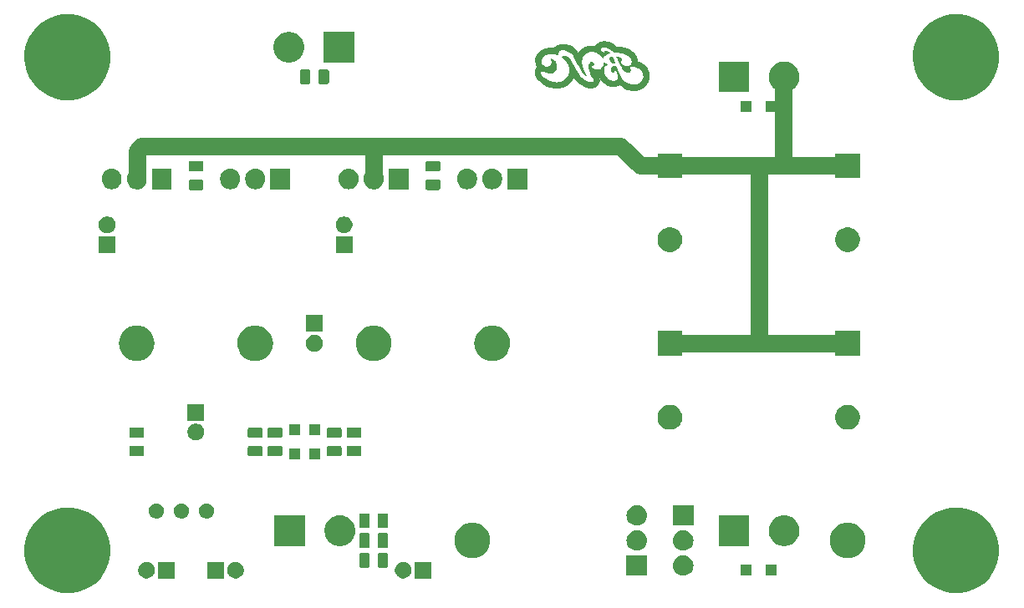
<source format=gbr>
G04 #@! TF.GenerationSoftware,KiCad,Pcbnew,(5.0.1)-3*
G04 #@! TF.CreationDate,2019-12-30T10:06:07+01:00*
G04 #@! TF.ProjectId,TL494 Class D Amp,544C34393420436C617373204420416D,rev?*
G04 #@! TF.SameCoordinates,PX4c4b400PY8f0d180*
G04 #@! TF.FileFunction,Soldermask,Bot*
G04 #@! TF.FilePolarity,Negative*
%FSLAX46Y46*%
G04 Gerber Fmt 4.6, Leading zero omitted, Abs format (unit mm)*
G04 Created by KiCad (PCBNEW (5.0.1)-3) date 30/12/2019 10:06:07*
%MOMM*%
%LPD*%
G01*
G04 APERTURE LIST*
%ADD10C,1.778000*%
%ADD11C,0.010000*%
%ADD12C,0.050800*%
G04 APERTURE END LIST*
D10*
X75000000Y26000000D02*
X66000000Y26000000D01*
X75000000Y26000000D02*
X84000000Y26000000D01*
X75000000Y44000000D02*
X75000000Y26000000D01*
X12000000Y45500000D02*
X12000000Y42500000D01*
X12500000Y46000000D02*
X12000000Y45500000D01*
X36000000Y46000000D02*
X12500000Y46000000D01*
X36000000Y46000000D02*
X36000000Y42500000D01*
X61000000Y46000000D02*
X36000000Y46000000D01*
X63000000Y44000000D02*
X61000000Y46000000D01*
X77500000Y44000000D02*
X63000000Y44000000D01*
X77500000Y44000000D02*
X84000000Y44000000D01*
X77500000Y53000000D02*
X77500000Y44000000D01*
D11*
G04 #@! TO.C,G\002A\002A\002A*
G36*
X60044060Y55055435D02*
X59983660Y55020483D01*
X59965892Y55006302D01*
X59913591Y54942119D01*
X59888993Y54864971D01*
X59891460Y54780437D01*
X59920357Y54694096D01*
X59975047Y54611527D01*
X60015675Y54569935D01*
X60085413Y54514400D01*
X60153002Y54479446D01*
X60232633Y54458793D01*
X60282860Y54451697D01*
X60338272Y54450279D01*
X60363255Y54462563D01*
X60363914Y54464026D01*
X60362702Y54493557D01*
X60348950Y54546947D01*
X60325276Y54617769D01*
X60294302Y54699599D01*
X60258648Y54786011D01*
X60220934Y54870581D01*
X60183781Y54946883D01*
X60149809Y55008492D01*
X60129152Y55039664D01*
X60093497Y55062020D01*
X60044060Y55055435D01*
X60044060Y55055435D01*
G37*
X60044060Y55055435D02*
X59983660Y55020483D01*
X59965892Y55006302D01*
X59913591Y54942119D01*
X59888993Y54864971D01*
X59891460Y54780437D01*
X59920357Y54694096D01*
X59975047Y54611527D01*
X60015675Y54569935D01*
X60085413Y54514400D01*
X60153002Y54479446D01*
X60232633Y54458793D01*
X60282860Y54451697D01*
X60338272Y54450279D01*
X60363255Y54462563D01*
X60363914Y54464026D01*
X60362702Y54493557D01*
X60348950Y54546947D01*
X60325276Y54617769D01*
X60294302Y54699599D01*
X60258648Y54786011D01*
X60220934Y54870581D01*
X60183781Y54946883D01*
X60149809Y55008492D01*
X60129152Y55039664D01*
X60093497Y55062020D01*
X60044060Y55055435D01*
G36*
X59130573Y56589433D02*
X59015663Y56565317D01*
X58886138Y56527537D01*
X58780002Y56482534D01*
X58686839Y56425119D01*
X58611757Y56364192D01*
X58578474Y56329874D01*
X58538999Y56282665D01*
X58499457Y56230825D01*
X58465974Y56182612D01*
X58444675Y56146285D01*
X58440267Y56132978D01*
X58425916Y56121293D01*
X58393700Y56123488D01*
X58225069Y56151208D01*
X58067292Y56161599D01*
X57909205Y56154441D01*
X57739646Y56129518D01*
X57640091Y56108755D01*
X57494072Y56071350D01*
X57371347Y56028994D01*
X57261349Y55977212D01*
X57153509Y55911527D01*
X57120111Y55888521D01*
X56987870Y55787338D01*
X56879745Y55685604D01*
X56786943Y55574775D01*
X56762699Y55541225D01*
X56692835Y55441627D01*
X56588651Y55579918D01*
X56466164Y55727751D01*
X56329849Y55866429D01*
X56185980Y55990625D01*
X56040831Y56095009D01*
X55900674Y56174255D01*
X55874904Y56186128D01*
X55785182Y56220005D01*
X55673854Y56253306D01*
X55550994Y56283809D01*
X55426676Y56309293D01*
X55310975Y56327537D01*
X55213964Y56336318D01*
X55191756Y56336778D01*
X55090403Y56330711D01*
X54971565Y56314224D01*
X54848031Y56289845D01*
X54732589Y56260103D01*
X54638030Y56227529D01*
X54636823Y56227026D01*
X54583189Y56199580D01*
X54516003Y56158203D01*
X54444924Y56109640D01*
X54379611Y56060635D01*
X54329721Y56017932D01*
X54314134Y56001706D01*
X54299186Y55985516D01*
X54282633Y55973871D01*
X54258869Y55965879D01*
X54222288Y55960649D01*
X54167286Y55957290D01*
X54088256Y55954908D01*
X54009334Y55953218D01*
X53866273Y55949051D01*
X53747977Y55942130D01*
X53645378Y55931149D01*
X53549404Y55914803D01*
X53450986Y55891787D01*
X53341054Y55860797D01*
X53317265Y55853642D01*
X53213529Y55819846D01*
X53129712Y55785969D01*
X53052423Y55745831D01*
X52968269Y55693251D01*
X52964921Y55691035D01*
X52870029Y55626274D01*
X52796456Y55570586D01*
X52736013Y55516428D01*
X52680508Y55456258D01*
X52621751Y55382532D01*
X52603284Y55358008D01*
X52496612Y55188515D01*
X52419283Y55006703D01*
X52372801Y54817081D01*
X52358650Y54626285D01*
X52366015Y54521151D01*
X52384262Y54402683D01*
X52410833Y54282197D01*
X52443168Y54171010D01*
X52478710Y54080438D01*
X52484921Y54067839D01*
X52523968Y53991745D01*
X52451232Y53896103D01*
X52407098Y53831073D01*
X52375693Y53764820D01*
X52350480Y53682811D01*
X52344567Y53658931D01*
X52319673Y53529426D01*
X52312568Y53412857D01*
X52323262Y53294354D01*
X52344867Y53187200D01*
X52392754Y53049587D01*
X52471530Y52910696D01*
X52581734Y52769921D01*
X52723906Y52626652D01*
X52898588Y52480281D01*
X53106320Y52330200D01*
X53106383Y52330158D01*
X53245347Y52240168D01*
X53375500Y52165961D01*
X53505104Y52104032D01*
X53642421Y52050878D01*
X53795712Y52002995D01*
X53973239Y51956879D01*
X54003733Y51949599D01*
X54117154Y51923568D01*
X54207044Y51905256D01*
X54282525Y51893380D01*
X54352717Y51886660D01*
X54426738Y51883816D01*
X54474858Y51883437D01*
X54641345Y51892356D01*
X54821707Y51917660D01*
X55005482Y51956920D01*
X55182208Y52007704D01*
X55341421Y52067581D01*
X55414059Y52101628D01*
X55479922Y52140019D01*
X55561597Y52194696D01*
X55650041Y52258945D01*
X55736208Y52326052D01*
X55811052Y52389302D01*
X55847642Y52423476D01*
X55900676Y52480927D01*
X55963117Y52556338D01*
X56029334Y52642058D01*
X56093696Y52730430D01*
X56150573Y52813803D01*
X56194335Y52884523D01*
X56213277Y52920500D01*
X56233957Y52959815D01*
X56250167Y52981727D01*
X56253563Y52983398D01*
X56267541Y52970304D01*
X56296109Y52935674D01*
X56334332Y52885646D01*
X56356703Y52855144D01*
X56470257Y52715052D01*
X56606233Y52575085D01*
X56758496Y52439885D01*
X56920906Y52314096D01*
X57087327Y52202360D01*
X57251623Y52109319D01*
X57407654Y52039617D01*
X57458134Y52021930D01*
X57623753Y51972320D01*
X57766577Y51938717D01*
X57893329Y51920526D01*
X58010731Y51917153D01*
X58125506Y51928004D01*
X58244061Y51952403D01*
X58403466Y52007079D01*
X58537831Y52084514D01*
X58647464Y52185012D01*
X58732677Y52308878D01*
X58793779Y52456414D01*
X58807031Y52503661D01*
X58847495Y52663014D01*
X58811623Y52815809D01*
X58789265Y52898262D01*
X58761792Y52981350D01*
X58734265Y53050126D01*
X58727535Y53064192D01*
X58699321Y53124647D01*
X58689492Y53161728D01*
X58698424Y53180745D01*
X58726491Y53187006D01*
X58736239Y53187200D01*
X58761666Y53181730D01*
X58780830Y53160281D01*
X58799606Y53115291D01*
X58805314Y53098300D01*
X58863391Y52957569D01*
X58946289Y52809259D01*
X59048832Y52661511D01*
X59165843Y52522466D01*
X59183174Y52504064D01*
X59249492Y52441856D01*
X59333342Y52373759D01*
X59426465Y52305519D01*
X59520605Y52242880D01*
X59607504Y52191588D01*
X59678907Y52157388D01*
X59684413Y52155300D01*
X59775689Y52125049D01*
X59879142Y52096156D01*
X59985446Y52070722D01*
X60085274Y52050847D01*
X60169300Y52038630D01*
X60215257Y52035755D01*
X60276583Y52040431D01*
X60360193Y52053044D01*
X60456042Y52071444D01*
X60554086Y52093478D01*
X60644280Y52116993D01*
X60716580Y52139839D01*
X60735861Y52147304D01*
X60790992Y52173612D01*
X60841006Y52202645D01*
X60848045Y52207453D01*
X60893623Y52239832D01*
X61025845Y52133451D01*
X61193501Y52007477D01*
X61355573Y51905796D01*
X61520300Y51824734D01*
X61695922Y51760618D01*
X61890678Y51709775D01*
X62042435Y51680177D01*
X62179264Y51659683D01*
X62296047Y51650313D01*
X62404588Y51651684D01*
X62516695Y51663412D01*
X62524458Y51664534D01*
X62649890Y51686740D01*
X62776655Y51715935D01*
X62894559Y51749384D01*
X62993405Y51784356D01*
X63028523Y51799659D01*
X63188811Y51889610D01*
X63344717Y52003541D01*
X63486982Y52133716D01*
X63606348Y52272396D01*
X63625064Y52298200D01*
X63685957Y52389024D01*
X63731721Y52469684D01*
X63767377Y52551483D01*
X63797947Y52645725D01*
X63824347Y52746768D01*
X63855165Y52893111D01*
X63871482Y53027012D01*
X63872459Y53124745D01*
X63314249Y53124745D01*
X63305381Y52964984D01*
X63269565Y52812007D01*
X63211172Y52680529D01*
X63127932Y52563967D01*
X63018605Y52455663D01*
X62890899Y52361657D01*
X62752521Y52287987D01*
X62670668Y52257038D01*
X62558403Y52231668D01*
X62424455Y52218324D01*
X62278857Y52217144D01*
X62131638Y52228269D01*
X62010898Y52247884D01*
X61806352Y52308036D01*
X61611049Y52399775D01*
X61426817Y52521645D01*
X61255486Y52672190D01*
X61098884Y52849951D01*
X60958842Y53053471D01*
X60922998Y53114606D01*
X60860468Y53230620D01*
X60792140Y53366677D01*
X60722563Y53512964D01*
X60656284Y53659664D01*
X60597852Y53796964D01*
X60551815Y53915047D01*
X60550918Y53917516D01*
X60493342Y54076200D01*
X60371936Y54073842D01*
X60253076Y54060936D01*
X60159605Y54026808D01*
X60089881Y53970644D01*
X60053167Y53915521D01*
X60020884Y53821992D01*
X60021578Y53730274D01*
X60046896Y53652166D01*
X60083895Y53591427D01*
X60132373Y53539368D01*
X60183732Y53503704D01*
X60225408Y53492000D01*
X60272604Y53507759D01*
X60310547Y53550788D01*
X60333901Y53614720D01*
X60335436Y53623289D01*
X60345585Y53665580D01*
X60364603Y53684936D01*
X60402434Y53692184D01*
X60456999Y53681351D01*
X60515313Y53642037D01*
X60574013Y53578873D01*
X60629736Y53496489D01*
X60679121Y53399517D01*
X60718805Y53292586D01*
X60734388Y53235016D01*
X60753650Y53135114D01*
X60758182Y53052259D01*
X60747956Y52972989D01*
X60733778Y52918331D01*
X60686311Y52813663D01*
X60614146Y52728306D01*
X60521086Y52663279D01*
X60410934Y52619603D01*
X60287495Y52598297D01*
X60154570Y52600380D01*
X60015965Y52626871D01*
X59875482Y52678791D01*
X59862667Y52684846D01*
X59791988Y52725109D01*
X59717237Y52781084D01*
X59631856Y52857876D01*
X59598305Y52890557D01*
X59525378Y52965077D01*
X59471441Y53027032D01*
X59429540Y53085621D01*
X59392722Y53150047D01*
X59374107Y53187200D01*
X59315788Y53320480D01*
X59277898Y53442337D01*
X59257278Y53565647D01*
X59250863Y53689255D01*
X59256435Y53819916D01*
X59277471Y53926226D01*
X59315802Y54014836D01*
X59356596Y54073187D01*
X59400032Y54116261D01*
X59457099Y54160312D01*
X59518181Y54199197D01*
X59573663Y54226773D01*
X59612900Y54236908D01*
X59637959Y54248927D01*
X59642533Y54262467D01*
X59628539Y54283414D01*
X59610445Y54287867D01*
X59581273Y54295198D01*
X59531261Y54314744D01*
X59469479Y54342835D01*
X59445694Y54354538D01*
X59385703Y54383565D01*
X59338106Y54404484D01*
X59310156Y54414199D01*
X59305976Y54414153D01*
X59299601Y54394804D01*
X59290817Y54352705D01*
X59284870Y54317849D01*
X59269912Y54257340D01*
X59243919Y54182921D01*
X59212386Y54110240D01*
X59210875Y54107161D01*
X59130969Y53979875D01*
X59031475Y53878794D01*
X58915243Y53804754D01*
X58785123Y53758592D01*
X58643964Y53741144D01*
X58494616Y53753249D01*
X58339929Y53795742D01*
X58261860Y53828465D01*
X58171923Y53879280D01*
X58090587Y53941460D01*
X58023119Y54009437D01*
X57974784Y54077645D01*
X57950847Y54140518D01*
X57949200Y54158983D01*
X57962451Y54200516D01*
X58000004Y54220846D01*
X58058560Y54218394D01*
X58068508Y54216077D01*
X58117494Y54206942D01*
X58151577Y54212550D01*
X58183279Y54232161D01*
X58214841Y54264516D01*
X58230022Y54308581D01*
X58233660Y54342124D01*
X58234023Y54391819D01*
X58222335Y54425677D01*
X58191929Y54459222D01*
X58178037Y54471654D01*
X58108300Y54513658D01*
X58034521Y54525096D01*
X57961771Y54508019D01*
X57895121Y54464478D01*
X57839642Y54396524D01*
X57804939Y54320747D01*
X57787212Y54239230D01*
X57778636Y54135577D01*
X57779420Y54020318D01*
X57789770Y53903981D01*
X57795930Y53863563D01*
X57821202Y53740775D01*
X57855891Y53615973D01*
X57901845Y53484532D01*
X57960914Y53341828D01*
X58034946Y53183235D01*
X58125790Y53004127D01*
X58181369Y52899334D01*
X58229169Y52807378D01*
X58260370Y52738159D01*
X58276331Y52685703D01*
X58278411Y52644033D01*
X58267968Y52607173D01*
X58253800Y52580815D01*
X58209249Y52530150D01*
X58146177Y52497039D01*
X58059902Y52479708D01*
X57976928Y52476000D01*
X57825096Y52491442D01*
X57665076Y52536039D01*
X57500470Y52607200D01*
X57334883Y52702333D01*
X57171917Y52818846D01*
X57015175Y52954146D01*
X56868261Y53105642D01*
X56734778Y53270742D01*
X56618329Y53446854D01*
X56611793Y53458005D01*
X56584524Y53505778D01*
X56544473Y53577136D01*
X56495061Y53665925D01*
X56439709Y53765992D01*
X56381838Y53871182D01*
X56361107Y53909008D01*
X56227316Y54149069D01*
X56104944Y54359142D01*
X55992799Y54540668D01*
X55889688Y54695090D01*
X55794420Y54823851D01*
X55705804Y54928394D01*
X55622647Y55010160D01*
X55543758Y55070593D01*
X55467945Y55111135D01*
X55394016Y55133228D01*
X55345440Y55138412D01*
X55304375Y55134422D01*
X55249327Y55122374D01*
X55189384Y55105192D01*
X55133635Y55085800D01*
X55091169Y55067124D01*
X55071074Y55052085D01*
X55070533Y55049967D01*
X55082691Y55034446D01*
X55115338Y55002890D01*
X55162737Y54960688D01*
X55193300Y54934652D01*
X55335442Y54801097D01*
X55466383Y54650380D01*
X55579817Y54490783D01*
X55669437Y54330587D01*
X55692881Y54278600D01*
X55746823Y54132744D01*
X55782118Y53990798D01*
X55801030Y53840725D01*
X55805878Y53678267D01*
X55804524Y53578772D01*
X55800918Y53503586D01*
X55793855Y53443167D01*
X55782129Y53387972D01*
X55764534Y53328460D01*
X55759875Y53314200D01*
X55693513Y53159634D01*
X55598935Y53007073D01*
X55481301Y52864273D01*
X55419881Y52803076D01*
X55267394Y52680558D01*
X55100037Y52585050D01*
X54914241Y52514896D01*
X54706437Y52468445D01*
X54693198Y52466376D01*
X54486878Y52451257D01*
X54272477Y52466296D01*
X54054051Y52510036D01*
X53835658Y52581020D01*
X53621356Y52677788D01*
X53415200Y52798884D01*
X53221248Y52942850D01*
X53121336Y53031168D01*
X53027030Y53124465D01*
X52957531Y53204716D01*
X52909113Y53277119D01*
X52878049Y53346872D01*
X52867017Y53385966D01*
X52860383Y53470356D01*
X52882871Y53538085D01*
X52934069Y53588244D01*
X52966444Y53604876D01*
X53012607Y53618632D01*
X53064614Y53621668D01*
X53127637Y53612993D01*
X53206846Y53591619D01*
X53307413Y53556556D01*
X53393974Y53523063D01*
X53497444Y53483669D01*
X53579890Y53456834D01*
X53650600Y53440012D01*
X53718863Y53430655D01*
X53736217Y53429215D01*
X53901588Y53429996D01*
X54048113Y53458554D01*
X54176807Y53515236D01*
X54288684Y53600388D01*
X54314300Y53626332D01*
X54377042Y53700497D01*
X54421081Y53772484D01*
X54449815Y53851386D01*
X54466640Y53946295D01*
X54474503Y54055113D01*
X54472146Y54215412D01*
X54449227Y54352644D01*
X54404047Y54471873D01*
X54334903Y54578160D01*
X54277493Y54641529D01*
X54225701Y54686308D01*
X54161714Y54732302D01*
X54093988Y54774447D01*
X54030979Y54807678D01*
X53981145Y54826929D01*
X53963263Y54829733D01*
X53942934Y54824887D01*
X53938339Y54806827D01*
X53950132Y54770275D01*
X53977825Y54712204D01*
X54014899Y54603677D01*
X54022781Y54530733D01*
X54013479Y54399718D01*
X53976246Y54287663D01*
X53910467Y54193509D01*
X53815529Y54116198D01*
X53765948Y54088052D01*
X53714167Y54062508D01*
X53673013Y54046554D01*
X53631984Y54038311D01*
X53580584Y54035900D01*
X53508311Y54037441D01*
X53487267Y54038169D01*
X53397942Y54043067D01*
X53333020Y54051474D01*
X53283085Y54065082D01*
X53246438Y54081454D01*
X53127509Y54161353D01*
X53034140Y54262208D01*
X52968035Y54380938D01*
X52930894Y54514464D01*
X52924420Y54659704D01*
X52924683Y54663709D01*
X52950546Y54815807D01*
X53006097Y54951742D01*
X53091166Y55071337D01*
X53205583Y55174411D01*
X53349177Y55260786D01*
X53521780Y55330284D01*
X53572778Y55345970D01*
X53706028Y55373882D01*
X53860397Y55388663D01*
X54026150Y55390716D01*
X54193549Y55380448D01*
X54352858Y55358265D01*
X54494340Y55324570D01*
X54550936Y55305247D01*
X54602435Y55288681D01*
X54629667Y55291249D01*
X54638117Y55315907D01*
X54635417Y55350758D01*
X54637276Y55454169D01*
X54670810Y55547926D01*
X54734677Y55629928D01*
X54827538Y55698074D01*
X54871111Y55720343D01*
X54919451Y55741451D01*
X54961427Y55755458D01*
X55006156Y55763809D01*
X55062752Y55767950D01*
X55140330Y55769326D01*
X55180600Y55769427D01*
X55281753Y55768018D01*
X55359711Y55762850D01*
X55425053Y55752690D01*
X55488355Y55736308D01*
X55502333Y55731977D01*
X55662214Y55666334D01*
X55812965Y55572674D01*
X55959102Y55448162D01*
X55968141Y55439333D01*
X56050052Y55354903D01*
X56127081Y55266697D01*
X56201482Y55171164D01*
X56275507Y55064755D01*
X56351409Y54943921D01*
X56431440Y54805111D01*
X56517854Y54644776D01*
X56612903Y54459365D01*
X56695068Y54293867D01*
X56804125Y54077367D01*
X56904649Y53889299D01*
X56995909Y53730994D01*
X57062539Y53625495D01*
X57123804Y53537271D01*
X57190211Y53448254D01*
X57258055Y53362745D01*
X57323629Y53285043D01*
X57383226Y53219448D01*
X57433139Y53170260D01*
X57469662Y53141777D01*
X57484183Y53136400D01*
X57484187Y53150653D01*
X57469648Y53190913D01*
X57442195Y53253430D01*
X57403455Y53334455D01*
X57364671Y53411567D01*
X57314502Y53511193D01*
X57265609Y53611456D01*
X57221909Y53704091D01*
X57187324Y53780832D01*
X57170593Y53820780D01*
X57109490Y54000629D01*
X57063685Y54188993D01*
X57034178Y54378109D01*
X57021969Y54560218D01*
X57028059Y54727557D01*
X57041616Y54821267D01*
X57091545Y54992962D01*
X57169323Y55149082D01*
X57272106Y55286685D01*
X57397052Y55402828D01*
X57541316Y55494567D01*
X57702057Y55558961D01*
X57771400Y55576633D01*
X57849716Y55587989D01*
X57948834Y55594545D01*
X58057381Y55596310D01*
X58163981Y55593294D01*
X58257260Y55585506D01*
X58313267Y55576169D01*
X58479513Y55524677D01*
X58643685Y55449222D01*
X58798925Y55354340D01*
X58938373Y55244568D01*
X59055170Y55124443D01*
X59112834Y55047312D01*
X59146059Y55001683D01*
X59168155Y54985182D01*
X59183051Y54996607D01*
X59191937Y55023072D01*
X59208221Y55055627D01*
X59241297Y55102444D01*
X59284172Y55153677D01*
X59286487Y55156221D01*
X59386092Y55244440D01*
X59509872Y55320717D01*
X59648825Y55379903D01*
X59710482Y55398678D01*
X59768811Y55415681D01*
X59814290Y55431444D01*
X59836309Y55442088D01*
X59837678Y55462771D01*
X59814638Y55494729D01*
X59772541Y55533080D01*
X59716742Y55572940D01*
X59653114Y55609168D01*
X59574004Y55641115D01*
X59499629Y55657530D01*
X59437480Y55657675D01*
X59395046Y55640811D01*
X59389432Y55635149D01*
X59369839Y55600599D01*
X59356853Y55564478D01*
X59338474Y55521054D01*
X59308274Y55498518D01*
X59259836Y55494606D01*
X59191266Y55506034D01*
X59125968Y55524934D01*
X59074358Y55553059D01*
X59020998Y55599160D01*
X59013008Y55607049D01*
X58955111Y55673301D01*
X58924119Y55733246D01*
X58916562Y55795556D01*
X58921482Y55835840D01*
X58946095Y55891751D01*
X58994007Y55948352D01*
X59055973Y55996962D01*
X59122747Y56028900D01*
X59129102Y56030779D01*
X59216760Y56045323D01*
X59323820Y56048231D01*
X59438049Y56039964D01*
X59547218Y56020985D01*
X59574677Y56013963D01*
X59719485Y55964934D01*
X59851762Y55899881D01*
X59979329Y55814086D01*
X60110005Y55702836D01*
X60143571Y55670983D01*
X60317756Y55502669D01*
X60483911Y55505670D01*
X60740822Y55500335D01*
X60982727Y55475377D01*
X61207531Y55431659D01*
X61413137Y55370042D01*
X61597447Y55291388D01*
X61758366Y55196557D01*
X61893794Y55086412D01*
X62001637Y54961814D01*
X62064727Y54856225D01*
X62109977Y54735179D01*
X62131229Y54609618D01*
X62127882Y54488244D01*
X62099337Y54379761D01*
X62097786Y54376099D01*
X62036244Y54273779D01*
X61951028Y54191945D01*
X61846848Y54132608D01*
X61728413Y54097781D01*
X61600433Y54089475D01*
X61471666Y54108652D01*
X61365877Y54144484D01*
X61262122Y54195382D01*
X61165341Y54257272D01*
X61080474Y54326081D01*
X61012461Y54397733D01*
X60966243Y54468156D01*
X60946759Y54533275D01*
X60946446Y54541798D01*
X60951152Y54583370D01*
X60971091Y54611193D01*
X61008525Y54635000D01*
X61051997Y54662896D01*
X61082838Y54690075D01*
X61087172Y54695879D01*
X61096277Y54741140D01*
X61079740Y54798376D01*
X61039739Y54860246D01*
X61037686Y54862708D01*
X61000636Y54896267D01*
X60946396Y54932397D01*
X60880999Y54968559D01*
X60810476Y55002216D01*
X60740859Y55030828D01*
X60678179Y55051859D01*
X60628470Y55062768D01*
X60597761Y55061018D01*
X60590800Y55050767D01*
X60598219Y55029151D01*
X60618555Y54983692D01*
X60648930Y54920504D01*
X60686464Y54845701D01*
X60697345Y54824515D01*
X60739499Y54741418D01*
X60791388Y54636941D01*
X60848446Y54520404D01*
X60906109Y54401125D01*
X60955533Y54297474D01*
X61040320Y54123523D01*
X61116875Y53978623D01*
X61187430Y53859617D01*
X61254220Y53763347D01*
X61319479Y53686655D01*
X61385440Y53626383D01*
X61454338Y53579375D01*
X61469707Y53570720D01*
X61584785Y53521383D01*
X61692061Y53501938D01*
X61789084Y53512301D01*
X61873402Y53552385D01*
X61912606Y53586171D01*
X61952921Y53639100D01*
X61966663Y53691763D01*
X61953658Y53750704D01*
X61913730Y53822464D01*
X61905956Y53833943D01*
X61866568Y53895748D01*
X61848461Y53940575D01*
X61850620Y53976942D01*
X61872030Y54013362D01*
X61882981Y54026651D01*
X61908641Y54051280D01*
X61940122Y54066948D01*
X61987208Y54077050D01*
X62048081Y54083914D01*
X62235121Y54087773D01*
X62421753Y54065929D01*
X62600187Y54020090D01*
X62762632Y53951964D01*
X62832338Y53912039D01*
X62911435Y53854992D01*
X62996141Y53782429D01*
X63077189Y53703244D01*
X63145313Y53626331D01*
X63181414Y53576956D01*
X63252040Y53437508D01*
X63296394Y53284512D01*
X63314249Y53124745D01*
X63872459Y53124745D01*
X63872775Y53156328D01*
X63858522Y53288914D01*
X63828198Y53432627D01*
X63781281Y53595324D01*
X63764379Y53647536D01*
X63721146Y53749946D01*
X63657385Y53863445D01*
X63579280Y53978299D01*
X63493015Y54084777D01*
X63471796Y54107992D01*
X63395202Y54180738D01*
X63300665Y54256773D01*
X63194793Y54332004D01*
X63084191Y54402337D01*
X62975463Y54463679D01*
X62875217Y54511937D01*
X62790057Y54543016D01*
X62757868Y54550401D01*
X62714715Y54559988D01*
X62695507Y54576052D01*
X62690563Y54609126D01*
X62690415Y54623789D01*
X62685192Y54679958D01*
X62671273Y54757918D01*
X62651045Y54847454D01*
X62626891Y54938354D01*
X62601198Y55020405D01*
X62591542Y55047102D01*
X62524595Y55183194D01*
X62428950Y55320096D01*
X62309381Y55453463D01*
X62170662Y55578948D01*
X62017566Y55692205D01*
X61854868Y55788889D01*
X61697980Y55860567D01*
X61574428Y55903056D01*
X61429119Y55944015D01*
X61270722Y55981726D01*
X61107904Y56014470D01*
X60949335Y56040529D01*
X60803682Y56058184D01*
X60679613Y56065716D01*
X60662506Y56065867D01*
X60605629Y56067010D01*
X60565611Y56073638D01*
X60530593Y56090548D01*
X60488717Y56122536D01*
X60458230Y56148496D01*
X60286446Y56283982D01*
X60117168Y56391086D01*
X59942998Y56473811D01*
X59756538Y56536161D01*
X59727788Y56543813D01*
X59558271Y56581837D01*
X59408263Y56601933D01*
X59268714Y56604374D01*
X59130573Y56589433D01*
X59130573Y56589433D01*
G37*
X59130573Y56589433D02*
X59015663Y56565317D01*
X58886138Y56527537D01*
X58780002Y56482534D01*
X58686839Y56425119D01*
X58611757Y56364192D01*
X58578474Y56329874D01*
X58538999Y56282665D01*
X58499457Y56230825D01*
X58465974Y56182612D01*
X58444675Y56146285D01*
X58440267Y56132978D01*
X58425916Y56121293D01*
X58393700Y56123488D01*
X58225069Y56151208D01*
X58067292Y56161599D01*
X57909205Y56154441D01*
X57739646Y56129518D01*
X57640091Y56108755D01*
X57494072Y56071350D01*
X57371347Y56028994D01*
X57261349Y55977212D01*
X57153509Y55911527D01*
X57120111Y55888521D01*
X56987870Y55787338D01*
X56879745Y55685604D01*
X56786943Y55574775D01*
X56762699Y55541225D01*
X56692835Y55441627D01*
X56588651Y55579918D01*
X56466164Y55727751D01*
X56329849Y55866429D01*
X56185980Y55990625D01*
X56040831Y56095009D01*
X55900674Y56174255D01*
X55874904Y56186128D01*
X55785182Y56220005D01*
X55673854Y56253306D01*
X55550994Y56283809D01*
X55426676Y56309293D01*
X55310975Y56327537D01*
X55213964Y56336318D01*
X55191756Y56336778D01*
X55090403Y56330711D01*
X54971565Y56314224D01*
X54848031Y56289845D01*
X54732589Y56260103D01*
X54638030Y56227529D01*
X54636823Y56227026D01*
X54583189Y56199580D01*
X54516003Y56158203D01*
X54444924Y56109640D01*
X54379611Y56060635D01*
X54329721Y56017932D01*
X54314134Y56001706D01*
X54299186Y55985516D01*
X54282633Y55973871D01*
X54258869Y55965879D01*
X54222288Y55960649D01*
X54167286Y55957290D01*
X54088256Y55954908D01*
X54009334Y55953218D01*
X53866273Y55949051D01*
X53747977Y55942130D01*
X53645378Y55931149D01*
X53549404Y55914803D01*
X53450986Y55891787D01*
X53341054Y55860797D01*
X53317265Y55853642D01*
X53213529Y55819846D01*
X53129712Y55785969D01*
X53052423Y55745831D01*
X52968269Y55693251D01*
X52964921Y55691035D01*
X52870029Y55626274D01*
X52796456Y55570586D01*
X52736013Y55516428D01*
X52680508Y55456258D01*
X52621751Y55382532D01*
X52603284Y55358008D01*
X52496612Y55188515D01*
X52419283Y55006703D01*
X52372801Y54817081D01*
X52358650Y54626285D01*
X52366015Y54521151D01*
X52384262Y54402683D01*
X52410833Y54282197D01*
X52443168Y54171010D01*
X52478710Y54080438D01*
X52484921Y54067839D01*
X52523968Y53991745D01*
X52451232Y53896103D01*
X52407098Y53831073D01*
X52375693Y53764820D01*
X52350480Y53682811D01*
X52344567Y53658931D01*
X52319673Y53529426D01*
X52312568Y53412857D01*
X52323262Y53294354D01*
X52344867Y53187200D01*
X52392754Y53049587D01*
X52471530Y52910696D01*
X52581734Y52769921D01*
X52723906Y52626652D01*
X52898588Y52480281D01*
X53106320Y52330200D01*
X53106383Y52330158D01*
X53245347Y52240168D01*
X53375500Y52165961D01*
X53505104Y52104032D01*
X53642421Y52050878D01*
X53795712Y52002995D01*
X53973239Y51956879D01*
X54003733Y51949599D01*
X54117154Y51923568D01*
X54207044Y51905256D01*
X54282525Y51893380D01*
X54352717Y51886660D01*
X54426738Y51883816D01*
X54474858Y51883437D01*
X54641345Y51892356D01*
X54821707Y51917660D01*
X55005482Y51956920D01*
X55182208Y52007704D01*
X55341421Y52067581D01*
X55414059Y52101628D01*
X55479922Y52140019D01*
X55561597Y52194696D01*
X55650041Y52258945D01*
X55736208Y52326052D01*
X55811052Y52389302D01*
X55847642Y52423476D01*
X55900676Y52480927D01*
X55963117Y52556338D01*
X56029334Y52642058D01*
X56093696Y52730430D01*
X56150573Y52813803D01*
X56194335Y52884523D01*
X56213277Y52920500D01*
X56233957Y52959815D01*
X56250167Y52981727D01*
X56253563Y52983398D01*
X56267541Y52970304D01*
X56296109Y52935674D01*
X56334332Y52885646D01*
X56356703Y52855144D01*
X56470257Y52715052D01*
X56606233Y52575085D01*
X56758496Y52439885D01*
X56920906Y52314096D01*
X57087327Y52202360D01*
X57251623Y52109319D01*
X57407654Y52039617D01*
X57458134Y52021930D01*
X57623753Y51972320D01*
X57766577Y51938717D01*
X57893329Y51920526D01*
X58010731Y51917153D01*
X58125506Y51928004D01*
X58244061Y51952403D01*
X58403466Y52007079D01*
X58537831Y52084514D01*
X58647464Y52185012D01*
X58732677Y52308878D01*
X58793779Y52456414D01*
X58807031Y52503661D01*
X58847495Y52663014D01*
X58811623Y52815809D01*
X58789265Y52898262D01*
X58761792Y52981350D01*
X58734265Y53050126D01*
X58727535Y53064192D01*
X58699321Y53124647D01*
X58689492Y53161728D01*
X58698424Y53180745D01*
X58726491Y53187006D01*
X58736239Y53187200D01*
X58761666Y53181730D01*
X58780830Y53160281D01*
X58799606Y53115291D01*
X58805314Y53098300D01*
X58863391Y52957569D01*
X58946289Y52809259D01*
X59048832Y52661511D01*
X59165843Y52522466D01*
X59183174Y52504064D01*
X59249492Y52441856D01*
X59333342Y52373759D01*
X59426465Y52305519D01*
X59520605Y52242880D01*
X59607504Y52191588D01*
X59678907Y52157388D01*
X59684413Y52155300D01*
X59775689Y52125049D01*
X59879142Y52096156D01*
X59985446Y52070722D01*
X60085274Y52050847D01*
X60169300Y52038630D01*
X60215257Y52035755D01*
X60276583Y52040431D01*
X60360193Y52053044D01*
X60456042Y52071444D01*
X60554086Y52093478D01*
X60644280Y52116993D01*
X60716580Y52139839D01*
X60735861Y52147304D01*
X60790992Y52173612D01*
X60841006Y52202645D01*
X60848045Y52207453D01*
X60893623Y52239832D01*
X61025845Y52133451D01*
X61193501Y52007477D01*
X61355573Y51905796D01*
X61520300Y51824734D01*
X61695922Y51760618D01*
X61890678Y51709775D01*
X62042435Y51680177D01*
X62179264Y51659683D01*
X62296047Y51650313D01*
X62404588Y51651684D01*
X62516695Y51663412D01*
X62524458Y51664534D01*
X62649890Y51686740D01*
X62776655Y51715935D01*
X62894559Y51749384D01*
X62993405Y51784356D01*
X63028523Y51799659D01*
X63188811Y51889610D01*
X63344717Y52003541D01*
X63486982Y52133716D01*
X63606348Y52272396D01*
X63625064Y52298200D01*
X63685957Y52389024D01*
X63731721Y52469684D01*
X63767377Y52551483D01*
X63797947Y52645725D01*
X63824347Y52746768D01*
X63855165Y52893111D01*
X63871482Y53027012D01*
X63872459Y53124745D01*
X63314249Y53124745D01*
X63305381Y52964984D01*
X63269565Y52812007D01*
X63211172Y52680529D01*
X63127932Y52563967D01*
X63018605Y52455663D01*
X62890899Y52361657D01*
X62752521Y52287987D01*
X62670668Y52257038D01*
X62558403Y52231668D01*
X62424455Y52218324D01*
X62278857Y52217144D01*
X62131638Y52228269D01*
X62010898Y52247884D01*
X61806352Y52308036D01*
X61611049Y52399775D01*
X61426817Y52521645D01*
X61255486Y52672190D01*
X61098884Y52849951D01*
X60958842Y53053471D01*
X60922998Y53114606D01*
X60860468Y53230620D01*
X60792140Y53366677D01*
X60722563Y53512964D01*
X60656284Y53659664D01*
X60597852Y53796964D01*
X60551815Y53915047D01*
X60550918Y53917516D01*
X60493342Y54076200D01*
X60371936Y54073842D01*
X60253076Y54060936D01*
X60159605Y54026808D01*
X60089881Y53970644D01*
X60053167Y53915521D01*
X60020884Y53821992D01*
X60021578Y53730274D01*
X60046896Y53652166D01*
X60083895Y53591427D01*
X60132373Y53539368D01*
X60183732Y53503704D01*
X60225408Y53492000D01*
X60272604Y53507759D01*
X60310547Y53550788D01*
X60333901Y53614720D01*
X60335436Y53623289D01*
X60345585Y53665580D01*
X60364603Y53684936D01*
X60402434Y53692184D01*
X60456999Y53681351D01*
X60515313Y53642037D01*
X60574013Y53578873D01*
X60629736Y53496489D01*
X60679121Y53399517D01*
X60718805Y53292586D01*
X60734388Y53235016D01*
X60753650Y53135114D01*
X60758182Y53052259D01*
X60747956Y52972989D01*
X60733778Y52918331D01*
X60686311Y52813663D01*
X60614146Y52728306D01*
X60521086Y52663279D01*
X60410934Y52619603D01*
X60287495Y52598297D01*
X60154570Y52600380D01*
X60015965Y52626871D01*
X59875482Y52678791D01*
X59862667Y52684846D01*
X59791988Y52725109D01*
X59717237Y52781084D01*
X59631856Y52857876D01*
X59598305Y52890557D01*
X59525378Y52965077D01*
X59471441Y53027032D01*
X59429540Y53085621D01*
X59392722Y53150047D01*
X59374107Y53187200D01*
X59315788Y53320480D01*
X59277898Y53442337D01*
X59257278Y53565647D01*
X59250863Y53689255D01*
X59256435Y53819916D01*
X59277471Y53926226D01*
X59315802Y54014836D01*
X59356596Y54073187D01*
X59400032Y54116261D01*
X59457099Y54160312D01*
X59518181Y54199197D01*
X59573663Y54226773D01*
X59612900Y54236908D01*
X59637959Y54248927D01*
X59642533Y54262467D01*
X59628539Y54283414D01*
X59610445Y54287867D01*
X59581273Y54295198D01*
X59531261Y54314744D01*
X59469479Y54342835D01*
X59445694Y54354538D01*
X59385703Y54383565D01*
X59338106Y54404484D01*
X59310156Y54414199D01*
X59305976Y54414153D01*
X59299601Y54394804D01*
X59290817Y54352705D01*
X59284870Y54317849D01*
X59269912Y54257340D01*
X59243919Y54182921D01*
X59212386Y54110240D01*
X59210875Y54107161D01*
X59130969Y53979875D01*
X59031475Y53878794D01*
X58915243Y53804754D01*
X58785123Y53758592D01*
X58643964Y53741144D01*
X58494616Y53753249D01*
X58339929Y53795742D01*
X58261860Y53828465D01*
X58171923Y53879280D01*
X58090587Y53941460D01*
X58023119Y54009437D01*
X57974784Y54077645D01*
X57950847Y54140518D01*
X57949200Y54158983D01*
X57962451Y54200516D01*
X58000004Y54220846D01*
X58058560Y54218394D01*
X58068508Y54216077D01*
X58117494Y54206942D01*
X58151577Y54212550D01*
X58183279Y54232161D01*
X58214841Y54264516D01*
X58230022Y54308581D01*
X58233660Y54342124D01*
X58234023Y54391819D01*
X58222335Y54425677D01*
X58191929Y54459222D01*
X58178037Y54471654D01*
X58108300Y54513658D01*
X58034521Y54525096D01*
X57961771Y54508019D01*
X57895121Y54464478D01*
X57839642Y54396524D01*
X57804939Y54320747D01*
X57787212Y54239230D01*
X57778636Y54135577D01*
X57779420Y54020318D01*
X57789770Y53903981D01*
X57795930Y53863563D01*
X57821202Y53740775D01*
X57855891Y53615973D01*
X57901845Y53484532D01*
X57960914Y53341828D01*
X58034946Y53183235D01*
X58125790Y53004127D01*
X58181369Y52899334D01*
X58229169Y52807378D01*
X58260370Y52738159D01*
X58276331Y52685703D01*
X58278411Y52644033D01*
X58267968Y52607173D01*
X58253800Y52580815D01*
X58209249Y52530150D01*
X58146177Y52497039D01*
X58059902Y52479708D01*
X57976928Y52476000D01*
X57825096Y52491442D01*
X57665076Y52536039D01*
X57500470Y52607200D01*
X57334883Y52702333D01*
X57171917Y52818846D01*
X57015175Y52954146D01*
X56868261Y53105642D01*
X56734778Y53270742D01*
X56618329Y53446854D01*
X56611793Y53458005D01*
X56584524Y53505778D01*
X56544473Y53577136D01*
X56495061Y53665925D01*
X56439709Y53765992D01*
X56381838Y53871182D01*
X56361107Y53909008D01*
X56227316Y54149069D01*
X56104944Y54359142D01*
X55992799Y54540668D01*
X55889688Y54695090D01*
X55794420Y54823851D01*
X55705804Y54928394D01*
X55622647Y55010160D01*
X55543758Y55070593D01*
X55467945Y55111135D01*
X55394016Y55133228D01*
X55345440Y55138412D01*
X55304375Y55134422D01*
X55249327Y55122374D01*
X55189384Y55105192D01*
X55133635Y55085800D01*
X55091169Y55067124D01*
X55071074Y55052085D01*
X55070533Y55049967D01*
X55082691Y55034446D01*
X55115338Y55002890D01*
X55162737Y54960688D01*
X55193300Y54934652D01*
X55335442Y54801097D01*
X55466383Y54650380D01*
X55579817Y54490783D01*
X55669437Y54330587D01*
X55692881Y54278600D01*
X55746823Y54132744D01*
X55782118Y53990798D01*
X55801030Y53840725D01*
X55805878Y53678267D01*
X55804524Y53578772D01*
X55800918Y53503586D01*
X55793855Y53443167D01*
X55782129Y53387972D01*
X55764534Y53328460D01*
X55759875Y53314200D01*
X55693513Y53159634D01*
X55598935Y53007073D01*
X55481301Y52864273D01*
X55419881Y52803076D01*
X55267394Y52680558D01*
X55100037Y52585050D01*
X54914241Y52514896D01*
X54706437Y52468445D01*
X54693198Y52466376D01*
X54486878Y52451257D01*
X54272477Y52466296D01*
X54054051Y52510036D01*
X53835658Y52581020D01*
X53621356Y52677788D01*
X53415200Y52798884D01*
X53221248Y52942850D01*
X53121336Y53031168D01*
X53027030Y53124465D01*
X52957531Y53204716D01*
X52909113Y53277119D01*
X52878049Y53346872D01*
X52867017Y53385966D01*
X52860383Y53470356D01*
X52882871Y53538085D01*
X52934069Y53588244D01*
X52966444Y53604876D01*
X53012607Y53618632D01*
X53064614Y53621668D01*
X53127637Y53612993D01*
X53206846Y53591619D01*
X53307413Y53556556D01*
X53393974Y53523063D01*
X53497444Y53483669D01*
X53579890Y53456834D01*
X53650600Y53440012D01*
X53718863Y53430655D01*
X53736217Y53429215D01*
X53901588Y53429996D01*
X54048113Y53458554D01*
X54176807Y53515236D01*
X54288684Y53600388D01*
X54314300Y53626332D01*
X54377042Y53700497D01*
X54421081Y53772484D01*
X54449815Y53851386D01*
X54466640Y53946295D01*
X54474503Y54055113D01*
X54472146Y54215412D01*
X54449227Y54352644D01*
X54404047Y54471873D01*
X54334903Y54578160D01*
X54277493Y54641529D01*
X54225701Y54686308D01*
X54161714Y54732302D01*
X54093988Y54774447D01*
X54030979Y54807678D01*
X53981145Y54826929D01*
X53963263Y54829733D01*
X53942934Y54824887D01*
X53938339Y54806827D01*
X53950132Y54770275D01*
X53977825Y54712204D01*
X54014899Y54603677D01*
X54022781Y54530733D01*
X54013479Y54399718D01*
X53976246Y54287663D01*
X53910467Y54193509D01*
X53815529Y54116198D01*
X53765948Y54088052D01*
X53714167Y54062508D01*
X53673013Y54046554D01*
X53631984Y54038311D01*
X53580584Y54035900D01*
X53508311Y54037441D01*
X53487267Y54038169D01*
X53397942Y54043067D01*
X53333020Y54051474D01*
X53283085Y54065082D01*
X53246438Y54081454D01*
X53127509Y54161353D01*
X53034140Y54262208D01*
X52968035Y54380938D01*
X52930894Y54514464D01*
X52924420Y54659704D01*
X52924683Y54663709D01*
X52950546Y54815807D01*
X53006097Y54951742D01*
X53091166Y55071337D01*
X53205583Y55174411D01*
X53349177Y55260786D01*
X53521780Y55330284D01*
X53572778Y55345970D01*
X53706028Y55373882D01*
X53860397Y55388663D01*
X54026150Y55390716D01*
X54193549Y55380448D01*
X54352858Y55358265D01*
X54494340Y55324570D01*
X54550936Y55305247D01*
X54602435Y55288681D01*
X54629667Y55291249D01*
X54638117Y55315907D01*
X54635417Y55350758D01*
X54637276Y55454169D01*
X54670810Y55547926D01*
X54734677Y55629928D01*
X54827538Y55698074D01*
X54871111Y55720343D01*
X54919451Y55741451D01*
X54961427Y55755458D01*
X55006156Y55763809D01*
X55062752Y55767950D01*
X55140330Y55769326D01*
X55180600Y55769427D01*
X55281753Y55768018D01*
X55359711Y55762850D01*
X55425053Y55752690D01*
X55488355Y55736308D01*
X55502333Y55731977D01*
X55662214Y55666334D01*
X55812965Y55572674D01*
X55959102Y55448162D01*
X55968141Y55439333D01*
X56050052Y55354903D01*
X56127081Y55266697D01*
X56201482Y55171164D01*
X56275507Y55064755D01*
X56351409Y54943921D01*
X56431440Y54805111D01*
X56517854Y54644776D01*
X56612903Y54459365D01*
X56695068Y54293867D01*
X56804125Y54077367D01*
X56904649Y53889299D01*
X56995909Y53730994D01*
X57062539Y53625495D01*
X57123804Y53537271D01*
X57190211Y53448254D01*
X57258055Y53362745D01*
X57323629Y53285043D01*
X57383226Y53219448D01*
X57433139Y53170260D01*
X57469662Y53141777D01*
X57484183Y53136400D01*
X57484187Y53150653D01*
X57469648Y53190913D01*
X57442195Y53253430D01*
X57403455Y53334455D01*
X57364671Y53411567D01*
X57314502Y53511193D01*
X57265609Y53611456D01*
X57221909Y53704091D01*
X57187324Y53780832D01*
X57170593Y53820780D01*
X57109490Y54000629D01*
X57063685Y54188993D01*
X57034178Y54378109D01*
X57021969Y54560218D01*
X57028059Y54727557D01*
X57041616Y54821267D01*
X57091545Y54992962D01*
X57169323Y55149082D01*
X57272106Y55286685D01*
X57397052Y55402828D01*
X57541316Y55494567D01*
X57702057Y55558961D01*
X57771400Y55576633D01*
X57849716Y55587989D01*
X57948834Y55594545D01*
X58057381Y55596310D01*
X58163981Y55593294D01*
X58257260Y55585506D01*
X58313267Y55576169D01*
X58479513Y55524677D01*
X58643685Y55449222D01*
X58798925Y55354340D01*
X58938373Y55244568D01*
X59055170Y55124443D01*
X59112834Y55047312D01*
X59146059Y55001683D01*
X59168155Y54985182D01*
X59183051Y54996607D01*
X59191937Y55023072D01*
X59208221Y55055627D01*
X59241297Y55102444D01*
X59284172Y55153677D01*
X59286487Y55156221D01*
X59386092Y55244440D01*
X59509872Y55320717D01*
X59648825Y55379903D01*
X59710482Y55398678D01*
X59768811Y55415681D01*
X59814290Y55431444D01*
X59836309Y55442088D01*
X59837678Y55462771D01*
X59814638Y55494729D01*
X59772541Y55533080D01*
X59716742Y55572940D01*
X59653114Y55609168D01*
X59574004Y55641115D01*
X59499629Y55657530D01*
X59437480Y55657675D01*
X59395046Y55640811D01*
X59389432Y55635149D01*
X59369839Y55600599D01*
X59356853Y55564478D01*
X59338474Y55521054D01*
X59308274Y55498518D01*
X59259836Y55494606D01*
X59191266Y55506034D01*
X59125968Y55524934D01*
X59074358Y55553059D01*
X59020998Y55599160D01*
X59013008Y55607049D01*
X58955111Y55673301D01*
X58924119Y55733246D01*
X58916562Y55795556D01*
X58921482Y55835840D01*
X58946095Y55891751D01*
X58994007Y55948352D01*
X59055973Y55996962D01*
X59122747Y56028900D01*
X59129102Y56030779D01*
X59216760Y56045323D01*
X59323820Y56048231D01*
X59438049Y56039964D01*
X59547218Y56020985D01*
X59574677Y56013963D01*
X59719485Y55964934D01*
X59851762Y55899881D01*
X59979329Y55814086D01*
X60110005Y55702836D01*
X60143571Y55670983D01*
X60317756Y55502669D01*
X60483911Y55505670D01*
X60740822Y55500335D01*
X60982727Y55475377D01*
X61207531Y55431659D01*
X61413137Y55370042D01*
X61597447Y55291388D01*
X61758366Y55196557D01*
X61893794Y55086412D01*
X62001637Y54961814D01*
X62064727Y54856225D01*
X62109977Y54735179D01*
X62131229Y54609618D01*
X62127882Y54488244D01*
X62099337Y54379761D01*
X62097786Y54376099D01*
X62036244Y54273779D01*
X61951028Y54191945D01*
X61846848Y54132608D01*
X61728413Y54097781D01*
X61600433Y54089475D01*
X61471666Y54108652D01*
X61365877Y54144484D01*
X61262122Y54195382D01*
X61165341Y54257272D01*
X61080474Y54326081D01*
X61012461Y54397733D01*
X60966243Y54468156D01*
X60946759Y54533275D01*
X60946446Y54541798D01*
X60951152Y54583370D01*
X60971091Y54611193D01*
X61008525Y54635000D01*
X61051997Y54662896D01*
X61082838Y54690075D01*
X61087172Y54695879D01*
X61096277Y54741140D01*
X61079740Y54798376D01*
X61039739Y54860246D01*
X61037686Y54862708D01*
X61000636Y54896267D01*
X60946396Y54932397D01*
X60880999Y54968559D01*
X60810476Y55002216D01*
X60740859Y55030828D01*
X60678179Y55051859D01*
X60628470Y55062768D01*
X60597761Y55061018D01*
X60590800Y55050767D01*
X60598219Y55029151D01*
X60618555Y54983692D01*
X60648930Y54920504D01*
X60686464Y54845701D01*
X60697345Y54824515D01*
X60739499Y54741418D01*
X60791388Y54636941D01*
X60848446Y54520404D01*
X60906109Y54401125D01*
X60955533Y54297474D01*
X61040320Y54123523D01*
X61116875Y53978623D01*
X61187430Y53859617D01*
X61254220Y53763347D01*
X61319479Y53686655D01*
X61385440Y53626383D01*
X61454338Y53579375D01*
X61469707Y53570720D01*
X61584785Y53521383D01*
X61692061Y53501938D01*
X61789084Y53512301D01*
X61873402Y53552385D01*
X61912606Y53586171D01*
X61952921Y53639100D01*
X61966663Y53691763D01*
X61953658Y53750704D01*
X61913730Y53822464D01*
X61905956Y53833943D01*
X61866568Y53895748D01*
X61848461Y53940575D01*
X61850620Y53976942D01*
X61872030Y54013362D01*
X61882981Y54026651D01*
X61908641Y54051280D01*
X61940122Y54066948D01*
X61987208Y54077050D01*
X62048081Y54083914D01*
X62235121Y54087773D01*
X62421753Y54065929D01*
X62600187Y54020090D01*
X62762632Y53951964D01*
X62832338Y53912039D01*
X62911435Y53854992D01*
X62996141Y53782429D01*
X63077189Y53703244D01*
X63145313Y53626331D01*
X63181414Y53576956D01*
X63252040Y53437508D01*
X63296394Y53284512D01*
X63314249Y53124745D01*
X63872459Y53124745D01*
X63872775Y53156328D01*
X63858522Y53288914D01*
X63828198Y53432627D01*
X63781281Y53595324D01*
X63764379Y53647536D01*
X63721146Y53749946D01*
X63657385Y53863445D01*
X63579280Y53978299D01*
X63493015Y54084777D01*
X63471796Y54107992D01*
X63395202Y54180738D01*
X63300665Y54256773D01*
X63194793Y54332004D01*
X63084191Y54402337D01*
X62975463Y54463679D01*
X62875217Y54511937D01*
X62790057Y54543016D01*
X62757868Y54550401D01*
X62714715Y54559988D01*
X62695507Y54576052D01*
X62690563Y54609126D01*
X62690415Y54623789D01*
X62685192Y54679958D01*
X62671273Y54757918D01*
X62651045Y54847454D01*
X62626891Y54938354D01*
X62601198Y55020405D01*
X62591542Y55047102D01*
X62524595Y55183194D01*
X62428950Y55320096D01*
X62309381Y55453463D01*
X62170662Y55578948D01*
X62017566Y55692205D01*
X61854868Y55788889D01*
X61697980Y55860567D01*
X61574428Y55903056D01*
X61429119Y55944015D01*
X61270722Y55981726D01*
X61107904Y56014470D01*
X60949335Y56040529D01*
X60803682Y56058184D01*
X60679613Y56065716D01*
X60662506Y56065867D01*
X60605629Y56067010D01*
X60565611Y56073638D01*
X60530593Y56090548D01*
X60488717Y56122536D01*
X60458230Y56148496D01*
X60286446Y56283982D01*
X60117168Y56391086D01*
X59942998Y56473811D01*
X59756538Y56536161D01*
X59727788Y56543813D01*
X59558271Y56581837D01*
X59408263Y56601933D01*
X59268714Y56604374D01*
X59130573Y56589433D01*
D12*
G36*
X95548156Y9327206D02*
X96269140Y9183794D01*
X97060972Y8855807D01*
X97773601Y8379643D01*
X98379643Y7773601D01*
X98855807Y7060972D01*
X99183794Y6269140D01*
X99278054Y5795259D01*
X99348762Y5439790D01*
X99351000Y5428536D01*
X99351000Y4571464D01*
X99183794Y3730860D01*
X98855807Y2939028D01*
X98379643Y2226399D01*
X97773601Y1620357D01*
X97060972Y1144193D01*
X96269140Y816206D01*
X95548156Y672794D01*
X95428537Y649000D01*
X94571463Y649000D01*
X94451844Y672794D01*
X93730860Y816206D01*
X92939028Y1144193D01*
X92226399Y1620357D01*
X91620357Y2226399D01*
X91144193Y2939028D01*
X90816206Y3730860D01*
X90649000Y4571464D01*
X90649000Y5428536D01*
X90651239Y5439790D01*
X90721946Y5795259D01*
X90816206Y6269140D01*
X91144193Y7060972D01*
X91620357Y7773601D01*
X92226399Y8379643D01*
X92939028Y8855807D01*
X93730860Y9183794D01*
X94451844Y9327206D01*
X94571463Y9351000D01*
X95428537Y9351000D01*
X95548156Y9327206D01*
X95548156Y9327206D01*
G37*
G36*
X5548156Y9327206D02*
X6269140Y9183794D01*
X7060972Y8855807D01*
X7773601Y8379643D01*
X8379643Y7773601D01*
X8855807Y7060972D01*
X9183794Y6269140D01*
X9278054Y5795259D01*
X9348762Y5439790D01*
X9351000Y5428536D01*
X9351000Y4571464D01*
X9183794Y3730860D01*
X8855807Y2939028D01*
X8379643Y2226399D01*
X7773601Y1620357D01*
X7060972Y1144193D01*
X6269140Y816206D01*
X5548156Y672794D01*
X5428537Y649000D01*
X4571463Y649000D01*
X4451844Y672794D01*
X3730860Y816206D01*
X2939028Y1144193D01*
X2226399Y1620357D01*
X1620357Y2226399D01*
X1144193Y2939028D01*
X816206Y3730860D01*
X649000Y4571464D01*
X649000Y5428536D01*
X651239Y5439790D01*
X721946Y5795259D01*
X816206Y6269140D01*
X1144193Y7060972D01*
X1620357Y7773601D01*
X2226399Y8379643D01*
X2939028Y8855807D01*
X3730860Y9183794D01*
X4451844Y9327206D01*
X4571463Y9351000D01*
X5428537Y9351000D01*
X5548156Y9327206D01*
X5548156Y9327206D01*
G37*
G36*
X20851000Y2149000D02*
X19149000Y2149000D01*
X19149000Y3851000D01*
X20851000Y3851000D01*
X20851000Y2149000D01*
X20851000Y2149000D01*
G37*
G36*
X22248228Y3818297D02*
X22403100Y3754147D01*
X22542481Y3661015D01*
X22661015Y3542481D01*
X22754147Y3403100D01*
X22818297Y3248228D01*
X22851000Y3083816D01*
X22851000Y2916184D01*
X22818297Y2751772D01*
X22754147Y2596900D01*
X22661015Y2457519D01*
X22542481Y2338985D01*
X22403100Y2245853D01*
X22248228Y2181703D01*
X22083816Y2149000D01*
X21916184Y2149000D01*
X21751772Y2181703D01*
X21596900Y2245853D01*
X21457519Y2338985D01*
X21338985Y2457519D01*
X21245853Y2596900D01*
X21181703Y2751772D01*
X21149000Y2916184D01*
X21149000Y3083816D01*
X21181703Y3248228D01*
X21245853Y3403100D01*
X21338985Y3542481D01*
X21457519Y3661015D01*
X21596900Y3754147D01*
X21751772Y3818297D01*
X21916184Y3851000D01*
X22083816Y3851000D01*
X22248228Y3818297D01*
X22248228Y3818297D01*
G37*
G36*
X39248228Y3818297D02*
X39403100Y3754147D01*
X39542481Y3661015D01*
X39661015Y3542481D01*
X39754147Y3403100D01*
X39818297Y3248228D01*
X39851000Y3083816D01*
X39851000Y2916184D01*
X39818297Y2751772D01*
X39754147Y2596900D01*
X39661015Y2457519D01*
X39542481Y2338985D01*
X39403100Y2245853D01*
X39248228Y2181703D01*
X39083816Y2149000D01*
X38916184Y2149000D01*
X38751772Y2181703D01*
X38596900Y2245853D01*
X38457519Y2338985D01*
X38338985Y2457519D01*
X38245853Y2596900D01*
X38181703Y2751772D01*
X38149000Y2916184D01*
X38149000Y3083816D01*
X38181703Y3248228D01*
X38245853Y3403100D01*
X38338985Y3542481D01*
X38457519Y3661015D01*
X38596900Y3754147D01*
X38751772Y3818297D01*
X38916184Y3851000D01*
X39083816Y3851000D01*
X39248228Y3818297D01*
X39248228Y3818297D01*
G37*
G36*
X13248228Y3818297D02*
X13403100Y3754147D01*
X13542481Y3661015D01*
X13661015Y3542481D01*
X13754147Y3403100D01*
X13818297Y3248228D01*
X13851000Y3083816D01*
X13851000Y2916184D01*
X13818297Y2751772D01*
X13754147Y2596900D01*
X13661015Y2457519D01*
X13542481Y2338985D01*
X13403100Y2245853D01*
X13248228Y2181703D01*
X13083816Y2149000D01*
X12916184Y2149000D01*
X12751772Y2181703D01*
X12596900Y2245853D01*
X12457519Y2338985D01*
X12338985Y2457519D01*
X12245853Y2596900D01*
X12181703Y2751772D01*
X12149000Y2916184D01*
X12149000Y3083816D01*
X12181703Y3248228D01*
X12245853Y3403100D01*
X12338985Y3542481D01*
X12457519Y3661015D01*
X12596900Y3754147D01*
X12751772Y3818297D01*
X12916184Y3851000D01*
X13083816Y3851000D01*
X13248228Y3818297D01*
X13248228Y3818297D01*
G37*
G36*
X15851000Y2149000D02*
X14149000Y2149000D01*
X14149000Y3851000D01*
X15851000Y3851000D01*
X15851000Y2149000D01*
X15851000Y2149000D01*
G37*
G36*
X41851000Y2149000D02*
X40149000Y2149000D01*
X40149000Y3851000D01*
X41851000Y3851000D01*
X41851000Y2149000D01*
X41851000Y2149000D01*
G37*
G36*
X74301000Y2449000D02*
X73199000Y2449000D01*
X73199000Y3551000D01*
X74301000Y3551000D01*
X74301000Y2449000D01*
X74301000Y2449000D01*
G37*
G36*
X76801000Y2449000D02*
X75699000Y2449000D01*
X75699000Y3551000D01*
X76801000Y3551000D01*
X76801000Y2449000D01*
X76801000Y2449000D01*
G37*
G36*
X67495764Y4457692D02*
X67584220Y4448980D01*
X67773381Y4391599D01*
X67947712Y4298417D01*
X68100515Y4173015D01*
X68225917Y4020212D01*
X68319099Y3845881D01*
X68376480Y3656720D01*
X68395855Y3460000D01*
X68376480Y3263280D01*
X68319099Y3074119D01*
X68225917Y2899788D01*
X68100515Y2746985D01*
X67947712Y2621583D01*
X67773381Y2528401D01*
X67584220Y2471020D01*
X67495764Y2462308D01*
X67436796Y2456500D01*
X67243204Y2456500D01*
X67184236Y2462308D01*
X67095780Y2471020D01*
X66906619Y2528401D01*
X66732288Y2621583D01*
X66579485Y2746985D01*
X66454083Y2899788D01*
X66360901Y3074119D01*
X66303520Y3263280D01*
X66284145Y3460000D01*
X66303520Y3656720D01*
X66360901Y3845881D01*
X66454083Y4020212D01*
X66579485Y4173015D01*
X66732288Y4298417D01*
X66906619Y4391599D01*
X67095780Y4448980D01*
X67184236Y4457692D01*
X67243204Y4463500D01*
X67436796Y4463500D01*
X67495764Y4457692D01*
X67495764Y4457692D01*
G37*
G36*
X63711000Y2456500D02*
X61609000Y2456500D01*
X61609000Y4463500D01*
X63711000Y4463500D01*
X63711000Y2456500D01*
X63711000Y2456500D01*
G37*
G36*
X35434466Y4746435D02*
X35473137Y4734704D01*
X35508779Y4715652D01*
X35540017Y4690017D01*
X35565652Y4658779D01*
X35584704Y4623137D01*
X35596435Y4584466D01*
X35601000Y4538112D01*
X35601000Y3461888D01*
X35596435Y3415534D01*
X35584704Y3376863D01*
X35565652Y3341221D01*
X35540017Y3309983D01*
X35508779Y3284348D01*
X35473137Y3265296D01*
X35434466Y3253565D01*
X35388112Y3249000D01*
X34736888Y3249000D01*
X34690534Y3253565D01*
X34651863Y3265296D01*
X34616221Y3284348D01*
X34584983Y3309983D01*
X34559348Y3341221D01*
X34540296Y3376863D01*
X34528565Y3415534D01*
X34524000Y3461888D01*
X34524000Y4538112D01*
X34528565Y4584466D01*
X34540296Y4623137D01*
X34559348Y4658779D01*
X34584983Y4690017D01*
X34616221Y4715652D01*
X34651863Y4734704D01*
X34690534Y4746435D01*
X34736888Y4751000D01*
X35388112Y4751000D01*
X35434466Y4746435D01*
X35434466Y4746435D01*
G37*
G36*
X37309466Y4746435D02*
X37348137Y4734704D01*
X37383779Y4715652D01*
X37415017Y4690017D01*
X37440652Y4658779D01*
X37459704Y4623137D01*
X37471435Y4584466D01*
X37476000Y4538112D01*
X37476000Y3461888D01*
X37471435Y3415534D01*
X37459704Y3376863D01*
X37440652Y3341221D01*
X37415017Y3309983D01*
X37383779Y3284348D01*
X37348137Y3265296D01*
X37309466Y3253565D01*
X37263112Y3249000D01*
X36611888Y3249000D01*
X36565534Y3253565D01*
X36526863Y3265296D01*
X36491221Y3284348D01*
X36459983Y3309983D01*
X36434348Y3341221D01*
X36415296Y3376863D01*
X36403565Y3415534D01*
X36399000Y3461888D01*
X36399000Y4538112D01*
X36403565Y4584466D01*
X36415296Y4623137D01*
X36434348Y4658779D01*
X36459983Y4690017D01*
X36491221Y4715652D01*
X36526863Y4734704D01*
X36565534Y4746435D01*
X36611888Y4751000D01*
X37263112Y4751000D01*
X37309466Y4746435D01*
X37309466Y4746435D01*
G37*
G36*
X84176669Y7792314D02*
X84353058Y7774941D01*
X84520988Y7724000D01*
X84692549Y7671958D01*
X85005425Y7504721D01*
X85279661Y7279661D01*
X85504721Y7005425D01*
X85671958Y6692549D01*
X85671958Y6692548D01*
X85774941Y6353058D01*
X85809714Y6000000D01*
X85774941Y5646942D01*
X85714896Y5449000D01*
X85671958Y5307451D01*
X85504721Y4994575D01*
X85279661Y4720339D01*
X85005425Y4495279D01*
X84692549Y4328042D01*
X84594887Y4298417D01*
X84353058Y4225059D01*
X84176669Y4207686D01*
X84088476Y4199000D01*
X83911524Y4199000D01*
X83823331Y4207686D01*
X83646942Y4225059D01*
X83405113Y4298417D01*
X83307451Y4328042D01*
X82994575Y4495279D01*
X82720339Y4720339D01*
X82495279Y4994575D01*
X82328042Y5307451D01*
X82285104Y5449000D01*
X82225059Y5646942D01*
X82190286Y6000000D01*
X82225059Y6353058D01*
X82328042Y6692548D01*
X82328042Y6692549D01*
X82495279Y7005425D01*
X82720339Y7279661D01*
X82994575Y7504721D01*
X83307451Y7671958D01*
X83479012Y7724000D01*
X83646942Y7774941D01*
X83823331Y7792314D01*
X83911524Y7801000D01*
X84088476Y7801000D01*
X84176669Y7792314D01*
X84176669Y7792314D01*
G37*
G36*
X46176669Y7792314D02*
X46353058Y7774941D01*
X46520988Y7724000D01*
X46692549Y7671958D01*
X47005425Y7504721D01*
X47279661Y7279661D01*
X47504721Y7005425D01*
X47671958Y6692549D01*
X47671958Y6692548D01*
X47774941Y6353058D01*
X47809714Y6000000D01*
X47774941Y5646942D01*
X47714896Y5449000D01*
X47671958Y5307451D01*
X47504721Y4994575D01*
X47279661Y4720339D01*
X47005425Y4495279D01*
X46692549Y4328042D01*
X46594887Y4298417D01*
X46353058Y4225059D01*
X46176669Y4207686D01*
X46088476Y4199000D01*
X45911524Y4199000D01*
X45823331Y4207686D01*
X45646942Y4225059D01*
X45405113Y4298417D01*
X45307451Y4328042D01*
X44994575Y4495279D01*
X44720339Y4720339D01*
X44495279Y4994575D01*
X44328042Y5307451D01*
X44285104Y5449000D01*
X44225059Y5646942D01*
X44190286Y6000000D01*
X44225059Y6353058D01*
X44328042Y6692548D01*
X44328042Y6692549D01*
X44495279Y7005425D01*
X44720339Y7279661D01*
X44994575Y7504721D01*
X45307451Y7671958D01*
X45479012Y7724000D01*
X45646942Y7774941D01*
X45823331Y7792314D01*
X45911524Y7801000D01*
X46088476Y7801000D01*
X46176669Y7792314D01*
X46176669Y7792314D01*
G37*
G36*
X62815764Y6997692D02*
X62904220Y6988980D01*
X63093381Y6931599D01*
X63267712Y6838417D01*
X63420515Y6713015D01*
X63545917Y6560212D01*
X63639099Y6385881D01*
X63696480Y6196720D01*
X63715855Y6000000D01*
X63696480Y5803280D01*
X63639099Y5614119D01*
X63545917Y5439788D01*
X63420515Y5286985D01*
X63267712Y5161583D01*
X63093381Y5068401D01*
X62904220Y5011020D01*
X62815764Y5002308D01*
X62756796Y4996500D01*
X62563204Y4996500D01*
X62504236Y5002308D01*
X62415780Y5011020D01*
X62226619Y5068401D01*
X62052288Y5161583D01*
X61899485Y5286985D01*
X61774083Y5439788D01*
X61680901Y5614119D01*
X61623520Y5803280D01*
X61604145Y6000000D01*
X61623520Y6196720D01*
X61680901Y6385881D01*
X61774083Y6560212D01*
X61899485Y6713015D01*
X62052288Y6838417D01*
X62226619Y6931599D01*
X62415780Y6988980D01*
X62504236Y6997692D01*
X62563204Y7003500D01*
X62756796Y7003500D01*
X62815764Y6997692D01*
X62815764Y6997692D01*
G37*
G36*
X67495764Y6997692D02*
X67584220Y6988980D01*
X67773381Y6931599D01*
X67947712Y6838417D01*
X68100515Y6713015D01*
X68225917Y6560212D01*
X68319099Y6385881D01*
X68376480Y6196720D01*
X68395855Y6000000D01*
X68376480Y5803280D01*
X68319099Y5614119D01*
X68225917Y5439788D01*
X68100515Y5286985D01*
X67947712Y5161583D01*
X67773381Y5068401D01*
X67584220Y5011020D01*
X67495764Y5002308D01*
X67436796Y4996500D01*
X67243204Y4996500D01*
X67184236Y5002308D01*
X67095780Y5011020D01*
X66906619Y5068401D01*
X66732288Y5161583D01*
X66579485Y5286985D01*
X66454083Y5439788D01*
X66360901Y5614119D01*
X66303520Y5803280D01*
X66284145Y6000000D01*
X66303520Y6196720D01*
X66360901Y6385881D01*
X66454083Y6560212D01*
X66579485Y6713015D01*
X66732288Y6838417D01*
X66906619Y6931599D01*
X67095780Y6988980D01*
X67184236Y6997692D01*
X67243204Y7003500D01*
X67436796Y7003500D01*
X67495764Y6997692D01*
X67495764Y6997692D01*
G37*
G36*
X37309466Y6746435D02*
X37348137Y6734704D01*
X37383779Y6715652D01*
X37415017Y6690017D01*
X37440652Y6658779D01*
X37459704Y6623137D01*
X37471435Y6584466D01*
X37476000Y6538112D01*
X37476000Y5461888D01*
X37471435Y5415534D01*
X37459704Y5376863D01*
X37440652Y5341221D01*
X37415017Y5309983D01*
X37383779Y5284348D01*
X37348137Y5265296D01*
X37309466Y5253565D01*
X37263112Y5249000D01*
X36611888Y5249000D01*
X36565534Y5253565D01*
X36526863Y5265296D01*
X36491221Y5284348D01*
X36459983Y5309983D01*
X36434348Y5341221D01*
X36415296Y5376863D01*
X36403565Y5415534D01*
X36399000Y5461888D01*
X36399000Y6538112D01*
X36403565Y6584466D01*
X36415296Y6623137D01*
X36434348Y6658779D01*
X36459983Y6690017D01*
X36491221Y6715652D01*
X36526863Y6734704D01*
X36565534Y6746435D01*
X36611888Y6751000D01*
X37263112Y6751000D01*
X37309466Y6746435D01*
X37309466Y6746435D01*
G37*
G36*
X35434466Y6746435D02*
X35473137Y6734704D01*
X35508779Y6715652D01*
X35540017Y6690017D01*
X35565652Y6658779D01*
X35584704Y6623137D01*
X35596435Y6584466D01*
X35601000Y6538112D01*
X35601000Y5461888D01*
X35596435Y5415534D01*
X35584704Y5376863D01*
X35565652Y5341221D01*
X35540017Y5309983D01*
X35508779Y5284348D01*
X35473137Y5265296D01*
X35434466Y5253565D01*
X35388112Y5249000D01*
X34736888Y5249000D01*
X34690534Y5253565D01*
X34651863Y5265296D01*
X34616221Y5284348D01*
X34584983Y5309983D01*
X34559348Y5341221D01*
X34540296Y5376863D01*
X34528565Y5415534D01*
X34524000Y5461888D01*
X34524000Y6538112D01*
X34528565Y6584466D01*
X34540296Y6623137D01*
X34559348Y6658779D01*
X34584983Y6690017D01*
X34616221Y6715652D01*
X34651863Y6734704D01*
X34690534Y6746435D01*
X34736888Y6751000D01*
X35388112Y6751000D01*
X35434466Y6746435D01*
X35434466Y6746435D01*
G37*
G36*
X29051000Y5449000D02*
X25949000Y5449000D01*
X25949000Y8551000D01*
X29051000Y8551000D01*
X29051000Y5449000D01*
X29051000Y5449000D01*
G37*
G36*
X32932527Y8511264D02*
X33032410Y8491396D01*
X33314674Y8374479D01*
X33568705Y8204741D01*
X33784741Y7988705D01*
X33954479Y7734674D01*
X34049728Y7504721D01*
X34071396Y7452409D01*
X34131000Y7152762D01*
X34131000Y6847238D01*
X34096170Y6672139D01*
X34071396Y6547590D01*
X33954479Y6265326D01*
X33784741Y6011295D01*
X33568705Y5795259D01*
X33314674Y5625521D01*
X33032410Y5508604D01*
X32932527Y5488736D01*
X32732762Y5449000D01*
X32427238Y5449000D01*
X32227473Y5488736D01*
X32127590Y5508604D01*
X31845326Y5625521D01*
X31591295Y5795259D01*
X31375259Y6011295D01*
X31205521Y6265326D01*
X31088604Y6547590D01*
X31063830Y6672139D01*
X31029000Y6847238D01*
X31029000Y7152762D01*
X31088604Y7452409D01*
X31110272Y7504721D01*
X31205521Y7734674D01*
X31375259Y7988705D01*
X31591295Y8204741D01*
X31845326Y8374479D01*
X32127590Y8491396D01*
X32227473Y8511264D01*
X32427238Y8551000D01*
X32732762Y8551000D01*
X32932527Y8511264D01*
X32932527Y8511264D01*
G37*
G36*
X77932527Y8511264D02*
X78032410Y8491396D01*
X78314674Y8374479D01*
X78568705Y8204741D01*
X78784741Y7988705D01*
X78954479Y7734674D01*
X79049728Y7504721D01*
X79071396Y7452409D01*
X79131000Y7152762D01*
X79131000Y6847238D01*
X79096170Y6672139D01*
X79071396Y6547590D01*
X78954479Y6265326D01*
X78784741Y6011295D01*
X78568705Y5795259D01*
X78314674Y5625521D01*
X78032410Y5508604D01*
X77932527Y5488736D01*
X77732762Y5449000D01*
X77427238Y5449000D01*
X77227473Y5488736D01*
X77127590Y5508604D01*
X76845326Y5625521D01*
X76591295Y5795259D01*
X76375259Y6011295D01*
X76205521Y6265326D01*
X76088604Y6547590D01*
X76063830Y6672139D01*
X76029000Y6847238D01*
X76029000Y7152762D01*
X76088604Y7452409D01*
X76110272Y7504721D01*
X76205521Y7734674D01*
X76375259Y7988705D01*
X76591295Y8204741D01*
X76845326Y8374479D01*
X77127590Y8491396D01*
X77227473Y8511264D01*
X77427238Y8551000D01*
X77732762Y8551000D01*
X77932527Y8511264D01*
X77932527Y8511264D01*
G37*
G36*
X74051000Y5449000D02*
X70949000Y5449000D01*
X70949000Y8551000D01*
X74051000Y8551000D01*
X74051000Y5449000D01*
X74051000Y5449000D01*
G37*
G36*
X37309466Y8746435D02*
X37348137Y8734704D01*
X37383779Y8715652D01*
X37415017Y8690017D01*
X37440652Y8658779D01*
X37459704Y8623137D01*
X37471435Y8584466D01*
X37476000Y8538112D01*
X37476000Y7461888D01*
X37471435Y7415534D01*
X37459704Y7376863D01*
X37440652Y7341221D01*
X37415017Y7309983D01*
X37383779Y7284348D01*
X37348137Y7265296D01*
X37309466Y7253565D01*
X37263112Y7249000D01*
X36611888Y7249000D01*
X36565534Y7253565D01*
X36526863Y7265296D01*
X36491221Y7284348D01*
X36459983Y7309983D01*
X36434348Y7341221D01*
X36415296Y7376863D01*
X36403565Y7415534D01*
X36399000Y7461888D01*
X36399000Y8538112D01*
X36403565Y8584466D01*
X36415296Y8623137D01*
X36434348Y8658779D01*
X36459983Y8690017D01*
X36491221Y8715652D01*
X36526863Y8734704D01*
X36565534Y8746435D01*
X36611888Y8751000D01*
X37263112Y8751000D01*
X37309466Y8746435D01*
X37309466Y8746435D01*
G37*
G36*
X35434466Y8746435D02*
X35473137Y8734704D01*
X35508779Y8715652D01*
X35540017Y8690017D01*
X35565652Y8658779D01*
X35584704Y8623137D01*
X35596435Y8584466D01*
X35601000Y8538112D01*
X35601000Y7461888D01*
X35596435Y7415534D01*
X35584704Y7376863D01*
X35565652Y7341221D01*
X35540017Y7309983D01*
X35508779Y7284348D01*
X35473137Y7265296D01*
X35434466Y7253565D01*
X35388112Y7249000D01*
X34736888Y7249000D01*
X34690534Y7253565D01*
X34651863Y7265296D01*
X34616221Y7284348D01*
X34584983Y7309983D01*
X34559348Y7341221D01*
X34540296Y7376863D01*
X34528565Y7415534D01*
X34524000Y7461888D01*
X34524000Y8538112D01*
X34528565Y8584466D01*
X34540296Y8623137D01*
X34559348Y8658779D01*
X34584983Y8690017D01*
X34616221Y8715652D01*
X34651863Y8734704D01*
X34690534Y8746435D01*
X34736888Y8751000D01*
X35388112Y8751000D01*
X35434466Y8746435D01*
X35434466Y8746435D01*
G37*
G36*
X68391000Y7536500D02*
X66289000Y7536500D01*
X66289000Y9543500D01*
X68391000Y9543500D01*
X68391000Y7536500D01*
X68391000Y7536500D01*
G37*
G36*
X62815764Y9537692D02*
X62904220Y9528980D01*
X63093381Y9471599D01*
X63267712Y9378417D01*
X63420515Y9253015D01*
X63545917Y9100212D01*
X63639099Y8925881D01*
X63696480Y8736720D01*
X63715855Y8540000D01*
X63696480Y8343280D01*
X63639099Y8154119D01*
X63545917Y7979788D01*
X63420515Y7826985D01*
X63267712Y7701583D01*
X63093381Y7608401D01*
X62904220Y7551020D01*
X62815764Y7542308D01*
X62756796Y7536500D01*
X62563204Y7536500D01*
X62504236Y7542308D01*
X62415780Y7551020D01*
X62226619Y7608401D01*
X62052288Y7701583D01*
X61899485Y7826985D01*
X61774083Y7979788D01*
X61680901Y8154119D01*
X61623520Y8343280D01*
X61604145Y8540000D01*
X61623520Y8736720D01*
X61680901Y8925881D01*
X61774083Y9100212D01*
X61899485Y9253015D01*
X62052288Y9378417D01*
X62226619Y9471599D01*
X62415780Y9528980D01*
X62504236Y9537692D01*
X62563204Y9543500D01*
X62756796Y9543500D01*
X62815764Y9537692D01*
X62815764Y9537692D01*
G37*
G36*
X19205589Y9761124D02*
X19304893Y9741371D01*
X19445206Y9683252D01*
X19571484Y9598875D01*
X19678875Y9491484D01*
X19763252Y9365206D01*
X19821371Y9224893D01*
X19821371Y9224891D01*
X19846172Y9100212D01*
X19851000Y9075937D01*
X19851000Y8924063D01*
X19821371Y8775107D01*
X19763252Y8634794D01*
X19678875Y8508516D01*
X19571484Y8401125D01*
X19445206Y8316748D01*
X19304893Y8258629D01*
X19205589Y8238876D01*
X19155938Y8229000D01*
X19004062Y8229000D01*
X18954411Y8238876D01*
X18855107Y8258629D01*
X18714794Y8316748D01*
X18588516Y8401125D01*
X18481125Y8508516D01*
X18396748Y8634794D01*
X18338629Y8775107D01*
X18309000Y8924063D01*
X18309000Y9075937D01*
X18313829Y9100212D01*
X18338629Y9224891D01*
X18338629Y9224893D01*
X18396748Y9365206D01*
X18481125Y9491484D01*
X18588516Y9598875D01*
X18714794Y9683252D01*
X18855107Y9741371D01*
X18954411Y9761124D01*
X19004062Y9771000D01*
X19155938Y9771000D01*
X19205589Y9761124D01*
X19205589Y9761124D01*
G37*
G36*
X16665589Y9761124D02*
X16764893Y9741371D01*
X16905206Y9683252D01*
X17031484Y9598875D01*
X17138875Y9491484D01*
X17223252Y9365206D01*
X17281371Y9224893D01*
X17281371Y9224891D01*
X17306172Y9100212D01*
X17311000Y9075937D01*
X17311000Y8924063D01*
X17281371Y8775107D01*
X17223252Y8634794D01*
X17138875Y8508516D01*
X17031484Y8401125D01*
X16905206Y8316748D01*
X16764893Y8258629D01*
X16665589Y8238876D01*
X16615938Y8229000D01*
X16464062Y8229000D01*
X16414411Y8238876D01*
X16315107Y8258629D01*
X16174794Y8316748D01*
X16048516Y8401125D01*
X15941125Y8508516D01*
X15856748Y8634794D01*
X15798629Y8775107D01*
X15769000Y8924063D01*
X15769000Y9075937D01*
X15773829Y9100212D01*
X15798629Y9224891D01*
X15798629Y9224893D01*
X15856748Y9365206D01*
X15941125Y9491484D01*
X16048516Y9598875D01*
X16174794Y9683252D01*
X16315107Y9741371D01*
X16414411Y9761124D01*
X16464062Y9771000D01*
X16615938Y9771000D01*
X16665589Y9761124D01*
X16665589Y9761124D01*
G37*
G36*
X14125589Y9761124D02*
X14224893Y9741371D01*
X14365206Y9683252D01*
X14491484Y9598875D01*
X14598875Y9491484D01*
X14683252Y9365206D01*
X14741371Y9224893D01*
X14741371Y9224891D01*
X14766172Y9100212D01*
X14771000Y9075937D01*
X14771000Y8924063D01*
X14741371Y8775107D01*
X14683252Y8634794D01*
X14598875Y8508516D01*
X14491484Y8401125D01*
X14365206Y8316748D01*
X14224893Y8258629D01*
X14125589Y8238876D01*
X14075938Y8229000D01*
X13924062Y8229000D01*
X13874411Y8238876D01*
X13775107Y8258629D01*
X13634794Y8316748D01*
X13508516Y8401125D01*
X13401125Y8508516D01*
X13316748Y8634794D01*
X13258629Y8775107D01*
X13229000Y8924063D01*
X13229000Y9075937D01*
X13233829Y9100212D01*
X13258629Y9224891D01*
X13258629Y9224893D01*
X13316748Y9365206D01*
X13401125Y9491484D01*
X13508516Y9598875D01*
X13634794Y9683252D01*
X13775107Y9741371D01*
X13874411Y9761124D01*
X13924062Y9771000D01*
X14075938Y9771000D01*
X14125589Y9761124D01*
X14125589Y9761124D01*
G37*
G36*
X28551000Y14199000D02*
X27449000Y14199000D01*
X27449000Y15301000D01*
X28551000Y15301000D01*
X28551000Y14199000D01*
X28551000Y14199000D01*
G37*
G36*
X30551000Y14199000D02*
X29449000Y14199000D01*
X29449000Y15301000D01*
X30551000Y15301000D01*
X30551000Y14199000D01*
X30551000Y14199000D01*
G37*
G36*
X32584466Y15596435D02*
X32623137Y15584704D01*
X32658779Y15565652D01*
X32690017Y15540017D01*
X32715652Y15508779D01*
X32734704Y15473137D01*
X32746435Y15434466D01*
X32751000Y15388112D01*
X32751000Y14736888D01*
X32746435Y14690534D01*
X32734704Y14651863D01*
X32715652Y14616221D01*
X32690017Y14584983D01*
X32658779Y14559348D01*
X32623137Y14540296D01*
X32584466Y14528565D01*
X32538112Y14524000D01*
X31461888Y14524000D01*
X31415534Y14528565D01*
X31376863Y14540296D01*
X31341221Y14559348D01*
X31309983Y14584983D01*
X31284348Y14616221D01*
X31265296Y14651863D01*
X31253565Y14690534D01*
X31249000Y14736888D01*
X31249000Y15388112D01*
X31253565Y15434466D01*
X31265296Y15473137D01*
X31284348Y15508779D01*
X31309983Y15540017D01*
X31341221Y15565652D01*
X31376863Y15584704D01*
X31415534Y15596435D01*
X31461888Y15601000D01*
X32538112Y15601000D01*
X32584466Y15596435D01*
X32584466Y15596435D01*
G37*
G36*
X34584466Y15596435D02*
X34623137Y15584704D01*
X34658779Y15565652D01*
X34690017Y15540017D01*
X34715652Y15508779D01*
X34734704Y15473137D01*
X34746435Y15434466D01*
X34751000Y15388112D01*
X34751000Y14736888D01*
X34746435Y14690534D01*
X34734704Y14651863D01*
X34715652Y14616221D01*
X34690017Y14584983D01*
X34658779Y14559348D01*
X34623137Y14540296D01*
X34584466Y14528565D01*
X34538112Y14524000D01*
X33461888Y14524000D01*
X33415534Y14528565D01*
X33376863Y14540296D01*
X33341221Y14559348D01*
X33309983Y14584983D01*
X33284348Y14616221D01*
X33265296Y14651863D01*
X33253565Y14690534D01*
X33249000Y14736888D01*
X33249000Y15388112D01*
X33253565Y15434466D01*
X33265296Y15473137D01*
X33284348Y15508779D01*
X33309983Y15540017D01*
X33341221Y15565652D01*
X33376863Y15584704D01*
X33415534Y15596435D01*
X33461888Y15601000D01*
X34538112Y15601000D01*
X34584466Y15596435D01*
X34584466Y15596435D01*
G37*
G36*
X26584466Y15596435D02*
X26623137Y15584704D01*
X26658779Y15565652D01*
X26690017Y15540017D01*
X26715652Y15508779D01*
X26734704Y15473137D01*
X26746435Y15434466D01*
X26751000Y15388112D01*
X26751000Y14736888D01*
X26746435Y14690534D01*
X26734704Y14651863D01*
X26715652Y14616221D01*
X26690017Y14584983D01*
X26658779Y14559348D01*
X26623137Y14540296D01*
X26584466Y14528565D01*
X26538112Y14524000D01*
X25461888Y14524000D01*
X25415534Y14528565D01*
X25376863Y14540296D01*
X25341221Y14559348D01*
X25309983Y14584983D01*
X25284348Y14616221D01*
X25265296Y14651863D01*
X25253565Y14690534D01*
X25249000Y14736888D01*
X25249000Y15388112D01*
X25253565Y15434466D01*
X25265296Y15473137D01*
X25284348Y15508779D01*
X25309983Y15540017D01*
X25341221Y15565652D01*
X25376863Y15584704D01*
X25415534Y15596435D01*
X25461888Y15601000D01*
X26538112Y15601000D01*
X26584466Y15596435D01*
X26584466Y15596435D01*
G37*
G36*
X24584466Y15596435D02*
X24623137Y15584704D01*
X24658779Y15565652D01*
X24690017Y15540017D01*
X24715652Y15508779D01*
X24734704Y15473137D01*
X24746435Y15434466D01*
X24751000Y15388112D01*
X24751000Y14736888D01*
X24746435Y14690534D01*
X24734704Y14651863D01*
X24715652Y14616221D01*
X24690017Y14584983D01*
X24658779Y14559348D01*
X24623137Y14540296D01*
X24584466Y14528565D01*
X24538112Y14524000D01*
X23461888Y14524000D01*
X23415534Y14528565D01*
X23376863Y14540296D01*
X23341221Y14559348D01*
X23309983Y14584983D01*
X23284348Y14616221D01*
X23265296Y14651863D01*
X23253565Y14690534D01*
X23249000Y14736888D01*
X23249000Y15388112D01*
X23253565Y15434466D01*
X23265296Y15473137D01*
X23284348Y15508779D01*
X23309983Y15540017D01*
X23341221Y15565652D01*
X23376863Y15584704D01*
X23415534Y15596435D01*
X23461888Y15601000D01*
X24538112Y15601000D01*
X24584466Y15596435D01*
X24584466Y15596435D01*
G37*
G36*
X12584466Y15596435D02*
X12623137Y15584704D01*
X12658779Y15565652D01*
X12690017Y15540017D01*
X12715652Y15508779D01*
X12734704Y15473137D01*
X12746435Y15434466D01*
X12751000Y15388112D01*
X12751000Y14736888D01*
X12746435Y14690534D01*
X12734704Y14651863D01*
X12715652Y14616221D01*
X12690017Y14584983D01*
X12658779Y14559348D01*
X12623137Y14540296D01*
X12584466Y14528565D01*
X12538112Y14524000D01*
X11461888Y14524000D01*
X11415534Y14528565D01*
X11376863Y14540296D01*
X11341221Y14559348D01*
X11309983Y14584983D01*
X11284348Y14616221D01*
X11265296Y14651863D01*
X11253565Y14690534D01*
X11249000Y14736888D01*
X11249000Y15388112D01*
X11253565Y15434466D01*
X11265296Y15473137D01*
X11284348Y15508779D01*
X11309983Y15540017D01*
X11341221Y15565652D01*
X11376863Y15584704D01*
X11415534Y15596435D01*
X11461888Y15601000D01*
X12538112Y15601000D01*
X12584466Y15596435D01*
X12584466Y15596435D01*
G37*
G36*
X18248228Y17818297D02*
X18403100Y17754147D01*
X18542481Y17661015D01*
X18661015Y17542481D01*
X18754147Y17403100D01*
X18818297Y17248228D01*
X18851000Y17083816D01*
X18851000Y16916184D01*
X18818297Y16751772D01*
X18754147Y16596900D01*
X18661015Y16457519D01*
X18542481Y16338985D01*
X18403100Y16245853D01*
X18248228Y16181703D01*
X18083816Y16149000D01*
X17916184Y16149000D01*
X17751772Y16181703D01*
X17596900Y16245853D01*
X17457519Y16338985D01*
X17338985Y16457519D01*
X17245853Y16596900D01*
X17181703Y16751772D01*
X17149000Y16916184D01*
X17149000Y17083816D01*
X17181703Y17248228D01*
X17245853Y17403100D01*
X17338985Y17542481D01*
X17457519Y17661015D01*
X17596900Y17754147D01*
X17751772Y17818297D01*
X17916184Y17851000D01*
X18083816Y17851000D01*
X18248228Y17818297D01*
X18248228Y17818297D01*
G37*
G36*
X26584466Y17471435D02*
X26623137Y17459704D01*
X26658779Y17440652D01*
X26690017Y17415017D01*
X26715652Y17383779D01*
X26734704Y17348137D01*
X26746435Y17309466D01*
X26751000Y17263112D01*
X26751000Y16611888D01*
X26746435Y16565534D01*
X26734704Y16526863D01*
X26715652Y16491221D01*
X26690017Y16459983D01*
X26658779Y16434348D01*
X26623137Y16415296D01*
X26584466Y16403565D01*
X26538112Y16399000D01*
X25461888Y16399000D01*
X25415534Y16403565D01*
X25376863Y16415296D01*
X25341221Y16434348D01*
X25309983Y16459983D01*
X25284348Y16491221D01*
X25265296Y16526863D01*
X25253565Y16565534D01*
X25249000Y16611888D01*
X25249000Y17263112D01*
X25253565Y17309466D01*
X25265296Y17348137D01*
X25284348Y17383779D01*
X25309983Y17415017D01*
X25341221Y17440652D01*
X25376863Y17459704D01*
X25415534Y17471435D01*
X25461888Y17476000D01*
X26538112Y17476000D01*
X26584466Y17471435D01*
X26584466Y17471435D01*
G37*
G36*
X32584466Y17471435D02*
X32623137Y17459704D01*
X32658779Y17440652D01*
X32690017Y17415017D01*
X32715652Y17383779D01*
X32734704Y17348137D01*
X32746435Y17309466D01*
X32751000Y17263112D01*
X32751000Y16611888D01*
X32746435Y16565534D01*
X32734704Y16526863D01*
X32715652Y16491221D01*
X32690017Y16459983D01*
X32658779Y16434348D01*
X32623137Y16415296D01*
X32584466Y16403565D01*
X32538112Y16399000D01*
X31461888Y16399000D01*
X31415534Y16403565D01*
X31376863Y16415296D01*
X31341221Y16434348D01*
X31309983Y16459983D01*
X31284348Y16491221D01*
X31265296Y16526863D01*
X31253565Y16565534D01*
X31249000Y16611888D01*
X31249000Y17263112D01*
X31253565Y17309466D01*
X31265296Y17348137D01*
X31284348Y17383779D01*
X31309983Y17415017D01*
X31341221Y17440652D01*
X31376863Y17459704D01*
X31415534Y17471435D01*
X31461888Y17476000D01*
X32538112Y17476000D01*
X32584466Y17471435D01*
X32584466Y17471435D01*
G37*
G36*
X12584466Y17471435D02*
X12623137Y17459704D01*
X12658779Y17440652D01*
X12690017Y17415017D01*
X12715652Y17383779D01*
X12734704Y17348137D01*
X12746435Y17309466D01*
X12751000Y17263112D01*
X12751000Y16611888D01*
X12746435Y16565534D01*
X12734704Y16526863D01*
X12715652Y16491221D01*
X12690017Y16459983D01*
X12658779Y16434348D01*
X12623137Y16415296D01*
X12584466Y16403565D01*
X12538112Y16399000D01*
X11461888Y16399000D01*
X11415534Y16403565D01*
X11376863Y16415296D01*
X11341221Y16434348D01*
X11309983Y16459983D01*
X11284348Y16491221D01*
X11265296Y16526863D01*
X11253565Y16565534D01*
X11249000Y16611888D01*
X11249000Y17263112D01*
X11253565Y17309466D01*
X11265296Y17348137D01*
X11284348Y17383779D01*
X11309983Y17415017D01*
X11341221Y17440652D01*
X11376863Y17459704D01*
X11415534Y17471435D01*
X11461888Y17476000D01*
X12538112Y17476000D01*
X12584466Y17471435D01*
X12584466Y17471435D01*
G37*
G36*
X24584466Y17471435D02*
X24623137Y17459704D01*
X24658779Y17440652D01*
X24690017Y17415017D01*
X24715652Y17383779D01*
X24734704Y17348137D01*
X24746435Y17309466D01*
X24751000Y17263112D01*
X24751000Y16611888D01*
X24746435Y16565534D01*
X24734704Y16526863D01*
X24715652Y16491221D01*
X24690017Y16459983D01*
X24658779Y16434348D01*
X24623137Y16415296D01*
X24584466Y16403565D01*
X24538112Y16399000D01*
X23461888Y16399000D01*
X23415534Y16403565D01*
X23376863Y16415296D01*
X23341221Y16434348D01*
X23309983Y16459983D01*
X23284348Y16491221D01*
X23265296Y16526863D01*
X23253565Y16565534D01*
X23249000Y16611888D01*
X23249000Y17263112D01*
X23253565Y17309466D01*
X23265296Y17348137D01*
X23284348Y17383779D01*
X23309983Y17415017D01*
X23341221Y17440652D01*
X23376863Y17459704D01*
X23415534Y17471435D01*
X23461888Y17476000D01*
X24538112Y17476000D01*
X24584466Y17471435D01*
X24584466Y17471435D01*
G37*
G36*
X34584466Y17471435D02*
X34623137Y17459704D01*
X34658779Y17440652D01*
X34690017Y17415017D01*
X34715652Y17383779D01*
X34734704Y17348137D01*
X34746435Y17309466D01*
X34751000Y17263112D01*
X34751000Y16611888D01*
X34746435Y16565534D01*
X34734704Y16526863D01*
X34715652Y16491221D01*
X34690017Y16459983D01*
X34658779Y16434348D01*
X34623137Y16415296D01*
X34584466Y16403565D01*
X34538112Y16399000D01*
X33461888Y16399000D01*
X33415534Y16403565D01*
X33376863Y16415296D01*
X33341221Y16434348D01*
X33309983Y16459983D01*
X33284348Y16491221D01*
X33265296Y16526863D01*
X33253565Y16565534D01*
X33249000Y16611888D01*
X33249000Y17263112D01*
X33253565Y17309466D01*
X33265296Y17348137D01*
X33284348Y17383779D01*
X33309983Y17415017D01*
X33341221Y17440652D01*
X33376863Y17459704D01*
X33415534Y17471435D01*
X33461888Y17476000D01*
X34538112Y17476000D01*
X34584466Y17471435D01*
X34584466Y17471435D01*
G37*
G36*
X30551000Y16699000D02*
X29449000Y16699000D01*
X29449000Y17801000D01*
X30551000Y17801000D01*
X30551000Y16699000D01*
X30551000Y16699000D01*
G37*
G36*
X28551000Y16699000D02*
X27449000Y16699000D01*
X27449000Y17801000D01*
X28551000Y17801000D01*
X28551000Y16699000D01*
X28551000Y16699000D01*
G37*
G36*
X84183635Y19738981D02*
X84364903Y19702925D01*
X84592571Y19608622D01*
X84796542Y19472332D01*
X84797469Y19471713D01*
X84971713Y19297469D01*
X84971715Y19297466D01*
X85108622Y19092571D01*
X85202925Y18864903D01*
X85251000Y18623213D01*
X85251000Y18376787D01*
X85202925Y18135097D01*
X85108622Y17907429D01*
X85037508Y17801000D01*
X84971713Y17702531D01*
X84797469Y17528287D01*
X84797466Y17528285D01*
X84592571Y17391378D01*
X84364903Y17297075D01*
X84194159Y17263112D01*
X84123214Y17249000D01*
X83876786Y17249000D01*
X83805841Y17263112D01*
X83635097Y17297075D01*
X83407429Y17391378D01*
X83202534Y17528285D01*
X83202531Y17528287D01*
X83028287Y17702531D01*
X82962492Y17801000D01*
X82891378Y17907429D01*
X82797075Y18135097D01*
X82749000Y18376787D01*
X82749000Y18623213D01*
X82797075Y18864903D01*
X82891378Y19092571D01*
X83028285Y19297466D01*
X83028287Y19297469D01*
X83202531Y19471713D01*
X83203458Y19472332D01*
X83407429Y19608622D01*
X83635097Y19702925D01*
X83816365Y19738981D01*
X83876786Y19751000D01*
X84123214Y19751000D01*
X84183635Y19738981D01*
X84183635Y19738981D01*
G37*
G36*
X66183635Y19738981D02*
X66364903Y19702925D01*
X66592571Y19608622D01*
X66796542Y19472332D01*
X66797469Y19471713D01*
X66971713Y19297469D01*
X66971715Y19297466D01*
X67108622Y19092571D01*
X67202925Y18864903D01*
X67251000Y18623213D01*
X67251000Y18376787D01*
X67202925Y18135097D01*
X67108622Y17907429D01*
X67037508Y17801000D01*
X66971713Y17702531D01*
X66797469Y17528287D01*
X66797466Y17528285D01*
X66592571Y17391378D01*
X66364903Y17297075D01*
X66194159Y17263112D01*
X66123214Y17249000D01*
X65876786Y17249000D01*
X65805841Y17263112D01*
X65635097Y17297075D01*
X65407429Y17391378D01*
X65202534Y17528285D01*
X65202531Y17528287D01*
X65028287Y17702531D01*
X64962492Y17801000D01*
X64891378Y17907429D01*
X64797075Y18135097D01*
X64749000Y18376787D01*
X64749000Y18623213D01*
X64797075Y18864903D01*
X64891378Y19092571D01*
X65028285Y19297466D01*
X65028287Y19297469D01*
X65202531Y19471713D01*
X65203458Y19472332D01*
X65407429Y19608622D01*
X65635097Y19702925D01*
X65816365Y19738981D01*
X65876786Y19751000D01*
X66123214Y19751000D01*
X66183635Y19738981D01*
X66183635Y19738981D01*
G37*
G36*
X18851000Y18149000D02*
X17149000Y18149000D01*
X17149000Y19851000D01*
X18851000Y19851000D01*
X18851000Y18149000D01*
X18851000Y18149000D01*
G37*
G36*
X24176669Y27792314D02*
X24353058Y27774941D01*
X24579385Y27706286D01*
X24692549Y27671958D01*
X25005425Y27504721D01*
X25279661Y27279661D01*
X25504721Y27005425D01*
X25671958Y26692549D01*
X25681524Y26661014D01*
X25774941Y26353058D01*
X25809714Y26000000D01*
X25774941Y25646942D01*
X25717480Y25457519D01*
X25671958Y25307451D01*
X25504721Y24994575D01*
X25279661Y24720339D01*
X25005425Y24495279D01*
X24692549Y24328042D01*
X24579385Y24293714D01*
X24353058Y24225059D01*
X24176669Y24207686D01*
X24088476Y24199000D01*
X23911524Y24199000D01*
X23823331Y24207686D01*
X23646942Y24225059D01*
X23420615Y24293714D01*
X23307451Y24328042D01*
X22994575Y24495279D01*
X22720339Y24720339D01*
X22495279Y24994575D01*
X22328042Y25307451D01*
X22282520Y25457519D01*
X22225059Y25646942D01*
X22190286Y26000000D01*
X22225059Y26353058D01*
X22318476Y26661014D01*
X22328042Y26692549D01*
X22495279Y27005425D01*
X22720339Y27279661D01*
X22994575Y27504721D01*
X23307451Y27671958D01*
X23420615Y27706286D01*
X23646942Y27774941D01*
X23823331Y27792314D01*
X23911524Y27801000D01*
X24088476Y27801000D01*
X24176669Y27792314D01*
X24176669Y27792314D01*
G37*
G36*
X36176669Y27792314D02*
X36353058Y27774941D01*
X36579385Y27706286D01*
X36692549Y27671958D01*
X37005425Y27504721D01*
X37279661Y27279661D01*
X37504721Y27005425D01*
X37671958Y26692549D01*
X37681524Y26661014D01*
X37774941Y26353058D01*
X37809714Y26000000D01*
X37774941Y25646942D01*
X37717480Y25457519D01*
X37671958Y25307451D01*
X37504721Y24994575D01*
X37279661Y24720339D01*
X37005425Y24495279D01*
X36692549Y24328042D01*
X36579385Y24293714D01*
X36353058Y24225059D01*
X36176669Y24207686D01*
X36088476Y24199000D01*
X35911524Y24199000D01*
X35823331Y24207686D01*
X35646942Y24225059D01*
X35420615Y24293714D01*
X35307451Y24328042D01*
X34994575Y24495279D01*
X34720339Y24720339D01*
X34495279Y24994575D01*
X34328042Y25307451D01*
X34282520Y25457519D01*
X34225059Y25646942D01*
X34190286Y26000000D01*
X34225059Y26353058D01*
X34318476Y26661014D01*
X34328042Y26692549D01*
X34495279Y27005425D01*
X34720339Y27279661D01*
X34994575Y27504721D01*
X35307451Y27671958D01*
X35420615Y27706286D01*
X35646942Y27774941D01*
X35823331Y27792314D01*
X35911524Y27801000D01*
X36088476Y27801000D01*
X36176669Y27792314D01*
X36176669Y27792314D01*
G37*
G36*
X48176669Y27792314D02*
X48353058Y27774941D01*
X48579385Y27706286D01*
X48692549Y27671958D01*
X49005425Y27504721D01*
X49279661Y27279661D01*
X49504721Y27005425D01*
X49671958Y26692549D01*
X49681524Y26661014D01*
X49774941Y26353058D01*
X49809714Y26000000D01*
X49774941Y25646942D01*
X49717480Y25457519D01*
X49671958Y25307451D01*
X49504721Y24994575D01*
X49279661Y24720339D01*
X49005425Y24495279D01*
X48692549Y24328042D01*
X48579385Y24293714D01*
X48353058Y24225059D01*
X48176669Y24207686D01*
X48088476Y24199000D01*
X47911524Y24199000D01*
X47823331Y24207686D01*
X47646942Y24225059D01*
X47420615Y24293714D01*
X47307451Y24328042D01*
X46994575Y24495279D01*
X46720339Y24720339D01*
X46495279Y24994575D01*
X46328042Y25307451D01*
X46282520Y25457519D01*
X46225059Y25646942D01*
X46190286Y26000000D01*
X46225059Y26353058D01*
X46318476Y26661014D01*
X46328042Y26692549D01*
X46495279Y27005425D01*
X46720339Y27279661D01*
X46994575Y27504721D01*
X47307451Y27671958D01*
X47420615Y27706286D01*
X47646942Y27774941D01*
X47823331Y27792314D01*
X47911524Y27801000D01*
X48088476Y27801000D01*
X48176669Y27792314D01*
X48176669Y27792314D01*
G37*
G36*
X12176669Y27792314D02*
X12353058Y27774941D01*
X12579385Y27706286D01*
X12692549Y27671958D01*
X13005425Y27504721D01*
X13279661Y27279661D01*
X13504721Y27005425D01*
X13671958Y26692549D01*
X13681524Y26661014D01*
X13774941Y26353058D01*
X13809714Y26000000D01*
X13774941Y25646942D01*
X13717480Y25457519D01*
X13671958Y25307451D01*
X13504721Y24994575D01*
X13279661Y24720339D01*
X13005425Y24495279D01*
X12692549Y24328042D01*
X12579385Y24293714D01*
X12353058Y24225059D01*
X12176669Y24207686D01*
X12088476Y24199000D01*
X11911524Y24199000D01*
X11823331Y24207686D01*
X11646942Y24225059D01*
X11420615Y24293714D01*
X11307451Y24328042D01*
X10994575Y24495279D01*
X10720339Y24720339D01*
X10495279Y24994575D01*
X10328042Y25307451D01*
X10282520Y25457519D01*
X10225059Y25646942D01*
X10190286Y26000000D01*
X10225059Y26353058D01*
X10318476Y26661014D01*
X10328042Y26692549D01*
X10495279Y27005425D01*
X10720339Y27279661D01*
X10994575Y27504721D01*
X11307451Y27671958D01*
X11420615Y27706286D01*
X11646942Y27774941D01*
X11823331Y27792314D01*
X11911524Y27801000D01*
X12088476Y27801000D01*
X12176669Y27792314D01*
X12176669Y27792314D01*
G37*
G36*
X67251000Y24749000D02*
X64749000Y24749000D01*
X64749000Y27251000D01*
X67251000Y27251000D01*
X67251000Y24749000D01*
X67251000Y24749000D01*
G37*
G36*
X85251000Y24749000D02*
X82749000Y24749000D01*
X82749000Y27251000D01*
X85251000Y27251000D01*
X85251000Y24749000D01*
X85251000Y24749000D01*
G37*
G36*
X30248228Y26818297D02*
X30403100Y26754147D01*
X30542481Y26661015D01*
X30661015Y26542481D01*
X30754147Y26403100D01*
X30818297Y26248228D01*
X30851000Y26083816D01*
X30851000Y25916184D01*
X30818297Y25751772D01*
X30754147Y25596900D01*
X30661015Y25457519D01*
X30542481Y25338985D01*
X30403100Y25245853D01*
X30248228Y25181703D01*
X30083816Y25149000D01*
X29916184Y25149000D01*
X29751772Y25181703D01*
X29596900Y25245853D01*
X29457519Y25338985D01*
X29338985Y25457519D01*
X29245853Y25596900D01*
X29181703Y25751772D01*
X29149000Y25916184D01*
X29149000Y26083816D01*
X29181703Y26248228D01*
X29245853Y26403100D01*
X29338985Y26542481D01*
X29457519Y26661015D01*
X29596900Y26754147D01*
X29751772Y26818297D01*
X29916184Y26851000D01*
X30083816Y26851000D01*
X30248228Y26818297D01*
X30248228Y26818297D01*
G37*
G36*
X30851000Y27149000D02*
X29149000Y27149000D01*
X29149000Y28851000D01*
X30851000Y28851000D01*
X30851000Y27149000D01*
X30851000Y27149000D01*
G37*
G36*
X33851000Y35149000D02*
X32149000Y35149000D01*
X32149000Y36851000D01*
X33851000Y36851000D01*
X33851000Y35149000D01*
X33851000Y35149000D01*
G37*
G36*
X9851000Y35149000D02*
X8149000Y35149000D01*
X8149000Y36851000D01*
X9851000Y36851000D01*
X9851000Y35149000D01*
X9851000Y35149000D01*
G37*
G36*
X66183635Y37738981D02*
X66364903Y37702925D01*
X66592571Y37608622D01*
X66796542Y37472332D01*
X66797469Y37471713D01*
X66971713Y37297469D01*
X66971715Y37297466D01*
X67108622Y37092571D01*
X67202925Y36864903D01*
X67251000Y36623213D01*
X67251000Y36376787D01*
X67202925Y36135097D01*
X67108622Y35907429D01*
X66972332Y35703458D01*
X66971713Y35702531D01*
X66797469Y35528287D01*
X66797466Y35528285D01*
X66592571Y35391378D01*
X66364903Y35297075D01*
X66183636Y35261019D01*
X66123214Y35249000D01*
X65876786Y35249000D01*
X65816364Y35261019D01*
X65635097Y35297075D01*
X65407429Y35391378D01*
X65202534Y35528285D01*
X65202531Y35528287D01*
X65028287Y35702531D01*
X65027668Y35703458D01*
X64891378Y35907429D01*
X64797075Y36135097D01*
X64749000Y36376787D01*
X64749000Y36623213D01*
X64797075Y36864903D01*
X64891378Y37092571D01*
X65028285Y37297466D01*
X65028287Y37297469D01*
X65202531Y37471713D01*
X65203458Y37472332D01*
X65407429Y37608622D01*
X65635097Y37702925D01*
X65816365Y37738981D01*
X65876786Y37751000D01*
X66123214Y37751000D01*
X66183635Y37738981D01*
X66183635Y37738981D01*
G37*
G36*
X84183635Y37738981D02*
X84364903Y37702925D01*
X84592571Y37608622D01*
X84796542Y37472332D01*
X84797469Y37471713D01*
X84971713Y37297469D01*
X84971715Y37297466D01*
X85108622Y37092571D01*
X85202925Y36864903D01*
X85251000Y36623213D01*
X85251000Y36376787D01*
X85202925Y36135097D01*
X85108622Y35907429D01*
X84972332Y35703458D01*
X84971713Y35702531D01*
X84797469Y35528287D01*
X84797466Y35528285D01*
X84592571Y35391378D01*
X84364903Y35297075D01*
X84183636Y35261019D01*
X84123214Y35249000D01*
X83876786Y35249000D01*
X83816364Y35261019D01*
X83635097Y35297075D01*
X83407429Y35391378D01*
X83202534Y35528285D01*
X83202531Y35528287D01*
X83028287Y35702531D01*
X83027668Y35703458D01*
X82891378Y35907429D01*
X82797075Y36135097D01*
X82749000Y36376787D01*
X82749000Y36623213D01*
X82797075Y36864903D01*
X82891378Y37092571D01*
X83028285Y37297466D01*
X83028287Y37297469D01*
X83202531Y37471713D01*
X83203458Y37472332D01*
X83407429Y37608622D01*
X83635097Y37702925D01*
X83816365Y37738981D01*
X83876786Y37751000D01*
X84123214Y37751000D01*
X84183635Y37738981D01*
X84183635Y37738981D01*
G37*
G36*
X9248228Y38818297D02*
X9403100Y38754147D01*
X9542481Y38661015D01*
X9661015Y38542481D01*
X9754147Y38403100D01*
X9818297Y38248228D01*
X9851000Y38083816D01*
X9851000Y37916184D01*
X9818297Y37751772D01*
X9754147Y37596900D01*
X9661015Y37457519D01*
X9542481Y37338985D01*
X9403100Y37245853D01*
X9248228Y37181703D01*
X9083816Y37149000D01*
X8916184Y37149000D01*
X8751772Y37181703D01*
X8596900Y37245853D01*
X8457519Y37338985D01*
X8338985Y37457519D01*
X8245853Y37596900D01*
X8181703Y37751772D01*
X8149000Y37916184D01*
X8149000Y38083816D01*
X8181703Y38248228D01*
X8245853Y38403100D01*
X8338985Y38542481D01*
X8457519Y38661015D01*
X8596900Y38754147D01*
X8751772Y38818297D01*
X8916184Y38851000D01*
X9083816Y38851000D01*
X9248228Y38818297D01*
X9248228Y38818297D01*
G37*
G36*
X33248228Y38818297D02*
X33403100Y38754147D01*
X33542481Y38661015D01*
X33661015Y38542481D01*
X33754147Y38403100D01*
X33818297Y38248228D01*
X33851000Y38083816D01*
X33851000Y37916184D01*
X33818297Y37751772D01*
X33754147Y37596900D01*
X33661015Y37457519D01*
X33542481Y37338985D01*
X33403100Y37245853D01*
X33248228Y37181703D01*
X33083816Y37149000D01*
X32916184Y37149000D01*
X32751772Y37181703D01*
X32596900Y37245853D01*
X32457519Y37338985D01*
X32338985Y37457519D01*
X32245853Y37596900D01*
X32181703Y37751772D01*
X32149000Y37916184D01*
X32149000Y38083816D01*
X32181703Y38248228D01*
X32245853Y38403100D01*
X32338985Y38542481D01*
X32457519Y38661015D01*
X32596900Y38754147D01*
X32751772Y38818297D01*
X32916184Y38851000D01*
X33083816Y38851000D01*
X33248228Y38818297D01*
X33248228Y38818297D01*
G37*
G36*
X18584466Y42596435D02*
X18623137Y42584704D01*
X18658779Y42565652D01*
X18690017Y42540017D01*
X18715652Y42508779D01*
X18734704Y42473137D01*
X18746435Y42434466D01*
X18751000Y42388112D01*
X18751000Y41736888D01*
X18746435Y41690534D01*
X18734704Y41651863D01*
X18715652Y41616221D01*
X18690017Y41584983D01*
X18658779Y41559348D01*
X18623137Y41540296D01*
X18584466Y41528565D01*
X18538112Y41524000D01*
X17461888Y41524000D01*
X17415534Y41528565D01*
X17376863Y41540296D01*
X17341221Y41559348D01*
X17309983Y41584983D01*
X17284348Y41616221D01*
X17265296Y41651863D01*
X17253565Y41690534D01*
X17249000Y41736888D01*
X17249000Y42388112D01*
X17253565Y42434466D01*
X17265296Y42473137D01*
X17284348Y42508779D01*
X17309983Y42540017D01*
X17341221Y42565652D01*
X17376863Y42584704D01*
X17415534Y42596435D01*
X17461888Y42601000D01*
X18538112Y42601000D01*
X18584466Y42596435D01*
X18584466Y42596435D01*
G37*
G36*
X42584466Y42596435D02*
X42623137Y42584704D01*
X42658779Y42565652D01*
X42690017Y42540017D01*
X42715652Y42508779D01*
X42734704Y42473137D01*
X42746435Y42434466D01*
X42751000Y42388112D01*
X42751000Y41736888D01*
X42746435Y41690534D01*
X42734704Y41651863D01*
X42715652Y41616221D01*
X42690017Y41584983D01*
X42658779Y41559348D01*
X42623137Y41540296D01*
X42584466Y41528565D01*
X42538112Y41524000D01*
X41461888Y41524000D01*
X41415534Y41528565D01*
X41376863Y41540296D01*
X41341221Y41559348D01*
X41309983Y41584983D01*
X41284348Y41616221D01*
X41265296Y41651863D01*
X41253565Y41690534D01*
X41249000Y41736888D01*
X41249000Y42388112D01*
X41253565Y42434466D01*
X41265296Y42473137D01*
X41284348Y42508779D01*
X41309983Y42540017D01*
X41341221Y42565652D01*
X41376863Y42584704D01*
X41415534Y42596435D01*
X41461888Y42601000D01*
X42538112Y42601000D01*
X42584466Y42596435D01*
X42584466Y42596435D01*
G37*
G36*
X33656720Y43696480D02*
X33845881Y43639099D01*
X34020212Y43545917D01*
X34173015Y43420515D01*
X34298417Y43267712D01*
X34391599Y43093380D01*
X34448980Y42904219D01*
X34463500Y42756793D01*
X34463500Y42563206D01*
X34448980Y42415780D01*
X34391599Y42226619D01*
X34298417Y42052288D01*
X34173015Y41899485D01*
X34020212Y41774083D01*
X33845880Y41680901D01*
X33656719Y41623520D01*
X33460000Y41604145D01*
X33263280Y41623520D01*
X33074119Y41680901D01*
X32899788Y41774083D01*
X32746985Y41899485D01*
X32621583Y42052288D01*
X32528401Y42226620D01*
X32471020Y42415781D01*
X32456500Y42563207D01*
X32456500Y42756794D01*
X32471020Y42904220D01*
X32528401Y43093381D01*
X32621583Y43267712D01*
X32746985Y43420515D01*
X32899788Y43545917D01*
X33074120Y43639099D01*
X33263281Y43696480D01*
X33460000Y43715855D01*
X33656720Y43696480D01*
X33656720Y43696480D01*
G37*
G36*
X24196720Y43696480D02*
X24385881Y43639099D01*
X24560212Y43545917D01*
X24713015Y43420515D01*
X24838417Y43267712D01*
X24931599Y43093380D01*
X24988980Y42904219D01*
X25003500Y42756793D01*
X25003500Y42563206D01*
X24988980Y42415780D01*
X24931599Y42226619D01*
X24838417Y42052288D01*
X24713015Y41899485D01*
X24560212Y41774083D01*
X24385880Y41680901D01*
X24196719Y41623520D01*
X24000000Y41604145D01*
X23803280Y41623520D01*
X23614119Y41680901D01*
X23439788Y41774083D01*
X23286985Y41899485D01*
X23161583Y42052288D01*
X23068401Y42226620D01*
X23011020Y42415781D01*
X22996500Y42563207D01*
X22996500Y42756794D01*
X23011020Y42904220D01*
X23068401Y43093381D01*
X23161583Y43267712D01*
X23286985Y43420515D01*
X23439788Y43545917D01*
X23614120Y43639099D01*
X23803281Y43696480D01*
X24000000Y43715855D01*
X24196720Y43696480D01*
X24196720Y43696480D01*
G37*
G36*
X21656720Y43696480D02*
X21845881Y43639099D01*
X22020212Y43545917D01*
X22173015Y43420515D01*
X22298417Y43267712D01*
X22391599Y43093380D01*
X22448980Y42904219D01*
X22463500Y42756793D01*
X22463500Y42563206D01*
X22448980Y42415780D01*
X22391599Y42226619D01*
X22298417Y42052288D01*
X22173015Y41899485D01*
X22020212Y41774083D01*
X21845880Y41680901D01*
X21656719Y41623520D01*
X21460000Y41604145D01*
X21263280Y41623520D01*
X21074119Y41680901D01*
X20899788Y41774083D01*
X20746985Y41899485D01*
X20621583Y42052288D01*
X20528401Y42226620D01*
X20471020Y42415781D01*
X20456500Y42563207D01*
X20456500Y42756794D01*
X20471020Y42904220D01*
X20528401Y43093381D01*
X20621583Y43267712D01*
X20746985Y43420515D01*
X20899788Y43545917D01*
X21074120Y43639099D01*
X21263281Y43696480D01*
X21460000Y43715855D01*
X21656720Y43696480D01*
X21656720Y43696480D01*
G37*
G36*
X12196720Y43696480D02*
X12385881Y43639099D01*
X12560212Y43545917D01*
X12713015Y43420515D01*
X12838417Y43267712D01*
X12931599Y43093380D01*
X12988980Y42904219D01*
X13003500Y42756793D01*
X13003500Y42563206D01*
X12988980Y42415780D01*
X12931599Y42226619D01*
X12838417Y42052288D01*
X12713015Y41899485D01*
X12560212Y41774083D01*
X12385880Y41680901D01*
X12196719Y41623520D01*
X12000000Y41604145D01*
X11803280Y41623520D01*
X11614119Y41680901D01*
X11439788Y41774083D01*
X11286985Y41899485D01*
X11161583Y42052288D01*
X11068401Y42226620D01*
X11011020Y42415781D01*
X10996500Y42563207D01*
X10996500Y42756794D01*
X11011020Y42904220D01*
X11068401Y43093381D01*
X11161583Y43267712D01*
X11286985Y43420515D01*
X11439788Y43545917D01*
X11614120Y43639099D01*
X11803281Y43696480D01*
X12000000Y43715855D01*
X12196720Y43696480D01*
X12196720Y43696480D01*
G37*
G36*
X48196720Y43696480D02*
X48385881Y43639099D01*
X48560212Y43545917D01*
X48713015Y43420515D01*
X48838417Y43267712D01*
X48931599Y43093380D01*
X48988980Y42904219D01*
X49003500Y42756793D01*
X49003500Y42563206D01*
X48988980Y42415780D01*
X48931599Y42226619D01*
X48838417Y42052288D01*
X48713015Y41899485D01*
X48560212Y41774083D01*
X48385880Y41680901D01*
X48196719Y41623520D01*
X48000000Y41604145D01*
X47803280Y41623520D01*
X47614119Y41680901D01*
X47439788Y41774083D01*
X47286985Y41899485D01*
X47161583Y42052288D01*
X47068401Y42226620D01*
X47011020Y42415781D01*
X46996500Y42563207D01*
X46996500Y42756794D01*
X47011020Y42904220D01*
X47068401Y43093381D01*
X47161583Y43267712D01*
X47286985Y43420515D01*
X47439788Y43545917D01*
X47614120Y43639099D01*
X47803281Y43696480D01*
X48000000Y43715855D01*
X48196720Y43696480D01*
X48196720Y43696480D01*
G37*
G36*
X45656720Y43696480D02*
X45845881Y43639099D01*
X46020212Y43545917D01*
X46173015Y43420515D01*
X46298417Y43267712D01*
X46391599Y43093380D01*
X46448980Y42904219D01*
X46463500Y42756793D01*
X46463500Y42563206D01*
X46448980Y42415780D01*
X46391599Y42226619D01*
X46298417Y42052288D01*
X46173015Y41899485D01*
X46020212Y41774083D01*
X45845880Y41680901D01*
X45656719Y41623520D01*
X45460000Y41604145D01*
X45263280Y41623520D01*
X45074119Y41680901D01*
X44899788Y41774083D01*
X44746985Y41899485D01*
X44621583Y42052288D01*
X44528401Y42226620D01*
X44471020Y42415781D01*
X44456500Y42563207D01*
X44456500Y42756794D01*
X44471020Y42904220D01*
X44528401Y43093381D01*
X44621583Y43267712D01*
X44746985Y43420515D01*
X44899788Y43545917D01*
X45074120Y43639099D01*
X45263281Y43696480D01*
X45460000Y43715855D01*
X45656720Y43696480D01*
X45656720Y43696480D01*
G37*
G36*
X9656720Y43696480D02*
X9845881Y43639099D01*
X10020212Y43545917D01*
X10173015Y43420515D01*
X10298417Y43267712D01*
X10391599Y43093380D01*
X10448980Y42904219D01*
X10463500Y42756793D01*
X10463500Y42563206D01*
X10448980Y42415780D01*
X10391599Y42226619D01*
X10298417Y42052288D01*
X10173015Y41899485D01*
X10020212Y41774083D01*
X9845880Y41680901D01*
X9656719Y41623520D01*
X9460000Y41604145D01*
X9263280Y41623520D01*
X9074119Y41680901D01*
X8899788Y41774083D01*
X8746985Y41899485D01*
X8621583Y42052288D01*
X8528401Y42226620D01*
X8471020Y42415781D01*
X8456500Y42563207D01*
X8456500Y42756794D01*
X8471020Y42904220D01*
X8528401Y43093381D01*
X8621583Y43267712D01*
X8746985Y43420515D01*
X8899788Y43545917D01*
X9074120Y43639099D01*
X9263281Y43696480D01*
X9460000Y43715855D01*
X9656720Y43696480D01*
X9656720Y43696480D01*
G37*
G36*
X36196720Y43696480D02*
X36385881Y43639099D01*
X36560212Y43545917D01*
X36713015Y43420515D01*
X36838417Y43267712D01*
X36931599Y43093380D01*
X36988980Y42904219D01*
X37003500Y42756793D01*
X37003500Y42563206D01*
X36988980Y42415780D01*
X36931599Y42226619D01*
X36838417Y42052288D01*
X36713015Y41899485D01*
X36560212Y41774083D01*
X36385880Y41680901D01*
X36196719Y41623520D01*
X36000000Y41604145D01*
X35803280Y41623520D01*
X35614119Y41680901D01*
X35439788Y41774083D01*
X35286985Y41899485D01*
X35161583Y42052288D01*
X35068401Y42226620D01*
X35011020Y42415781D01*
X34996500Y42563207D01*
X34996500Y42756794D01*
X35011020Y42904220D01*
X35068401Y43093381D01*
X35161583Y43267712D01*
X35286985Y43420515D01*
X35439788Y43545917D01*
X35614120Y43639099D01*
X35803281Y43696480D01*
X36000000Y43715855D01*
X36196720Y43696480D01*
X36196720Y43696480D01*
G37*
G36*
X27543500Y41609000D02*
X25536500Y41609000D01*
X25536500Y43711000D01*
X27543500Y43711000D01*
X27543500Y41609000D01*
X27543500Y41609000D01*
G37*
G36*
X15543500Y41609000D02*
X13536500Y41609000D01*
X13536500Y43711000D01*
X15543500Y43711000D01*
X15543500Y41609000D01*
X15543500Y41609000D01*
G37*
G36*
X39543500Y41609000D02*
X37536500Y41609000D01*
X37536500Y43711000D01*
X39543500Y43711000D01*
X39543500Y41609000D01*
X39543500Y41609000D01*
G37*
G36*
X51543500Y41609000D02*
X49536500Y41609000D01*
X49536500Y43711000D01*
X51543500Y43711000D01*
X51543500Y41609000D01*
X51543500Y41609000D01*
G37*
G36*
X85251000Y42749000D02*
X82749000Y42749000D01*
X82749000Y45251000D01*
X85251000Y45251000D01*
X85251000Y42749000D01*
X85251000Y42749000D01*
G37*
G36*
X67251000Y42749000D02*
X64749000Y42749000D01*
X64749000Y45251000D01*
X67251000Y45251000D01*
X67251000Y42749000D01*
X67251000Y42749000D01*
G37*
G36*
X18584466Y44471435D02*
X18623137Y44459704D01*
X18658779Y44440652D01*
X18690017Y44415017D01*
X18715652Y44383779D01*
X18734704Y44348137D01*
X18746435Y44309466D01*
X18751000Y44263112D01*
X18751000Y43611888D01*
X18746435Y43565534D01*
X18734704Y43526863D01*
X18715652Y43491221D01*
X18690017Y43459983D01*
X18658779Y43434348D01*
X18623137Y43415296D01*
X18584466Y43403565D01*
X18538112Y43399000D01*
X17461888Y43399000D01*
X17415534Y43403565D01*
X17376863Y43415296D01*
X17341221Y43434348D01*
X17309983Y43459983D01*
X17284348Y43491221D01*
X17265296Y43526863D01*
X17253565Y43565534D01*
X17249000Y43611888D01*
X17249000Y44263112D01*
X17253565Y44309466D01*
X17265296Y44348137D01*
X17284348Y44383779D01*
X17309983Y44415017D01*
X17341221Y44440652D01*
X17376863Y44459704D01*
X17415534Y44471435D01*
X17461888Y44476000D01*
X18538112Y44476000D01*
X18584466Y44471435D01*
X18584466Y44471435D01*
G37*
G36*
X42584466Y44471435D02*
X42623137Y44459704D01*
X42658779Y44440652D01*
X42690017Y44415017D01*
X42715652Y44383779D01*
X42734704Y44348137D01*
X42746435Y44309466D01*
X42751000Y44263112D01*
X42751000Y43611888D01*
X42746435Y43565534D01*
X42734704Y43526863D01*
X42715652Y43491221D01*
X42690017Y43459983D01*
X42658779Y43434348D01*
X42623137Y43415296D01*
X42584466Y43403565D01*
X42538112Y43399000D01*
X41461888Y43399000D01*
X41415534Y43403565D01*
X41376863Y43415296D01*
X41341221Y43434348D01*
X41309983Y43459983D01*
X41284348Y43491221D01*
X41265296Y43526863D01*
X41253565Y43565534D01*
X41249000Y43611888D01*
X41249000Y44263112D01*
X41253565Y44309466D01*
X41265296Y44348137D01*
X41284348Y44383779D01*
X41309983Y44415017D01*
X41341221Y44440652D01*
X41376863Y44459704D01*
X41415534Y44471435D01*
X41461888Y44476000D01*
X42538112Y44476000D01*
X42584466Y44471435D01*
X42584466Y44471435D01*
G37*
G36*
X74301000Y49449000D02*
X73199000Y49449000D01*
X73199000Y50551000D01*
X74301000Y50551000D01*
X74301000Y49449000D01*
X74301000Y49449000D01*
G37*
G36*
X76801000Y49449000D02*
X75699000Y49449000D01*
X75699000Y50551000D01*
X76801000Y50551000D01*
X76801000Y49449000D01*
X76801000Y49449000D01*
G37*
G36*
X5548156Y59327206D02*
X6269140Y59183794D01*
X7060972Y58855807D01*
X7773601Y58379643D01*
X8379643Y57773601D01*
X8855807Y57060972D01*
X9183794Y56269140D01*
X9267715Y55847238D01*
X9351000Y55428537D01*
X9351000Y54571463D01*
X9336586Y54499000D01*
X9183794Y53730860D01*
X8855807Y52939028D01*
X8379643Y52226399D01*
X7773601Y51620357D01*
X7060972Y51144193D01*
X6269140Y50816206D01*
X5548156Y50672794D01*
X5428537Y50649000D01*
X4571463Y50649000D01*
X4451844Y50672794D01*
X3730860Y50816206D01*
X2939028Y51144193D01*
X2226399Y51620357D01*
X1620357Y52226399D01*
X1144193Y52939028D01*
X816206Y53730860D01*
X663414Y54499000D01*
X649000Y54571463D01*
X649000Y55428537D01*
X732285Y55847238D01*
X816206Y56269140D01*
X1144193Y57060972D01*
X1620357Y57773601D01*
X2226399Y58379643D01*
X2939028Y58855807D01*
X3730860Y59183794D01*
X4451844Y59327206D01*
X4571463Y59351000D01*
X5428537Y59351000D01*
X5548156Y59327206D01*
X5548156Y59327206D01*
G37*
G36*
X95548156Y59327206D02*
X96269140Y59183794D01*
X97060972Y58855807D01*
X97773601Y58379643D01*
X98379643Y57773601D01*
X98855807Y57060972D01*
X99183794Y56269140D01*
X99267715Y55847238D01*
X99351000Y55428537D01*
X99351000Y54571463D01*
X99336586Y54499000D01*
X99183794Y53730860D01*
X98855807Y52939028D01*
X98379643Y52226399D01*
X97773601Y51620357D01*
X97060972Y51144193D01*
X96269140Y50816206D01*
X95548156Y50672794D01*
X95428537Y50649000D01*
X94571463Y50649000D01*
X94451844Y50672794D01*
X93730860Y50816206D01*
X92939028Y51144193D01*
X92226399Y51620357D01*
X91620357Y52226399D01*
X91144193Y52939028D01*
X90816206Y53730860D01*
X90663414Y54499000D01*
X90649000Y54571463D01*
X90649000Y55428537D01*
X90732285Y55847238D01*
X90816206Y56269140D01*
X91144193Y57060972D01*
X91620357Y57773601D01*
X92226399Y58379643D01*
X92939028Y58855807D01*
X93730860Y59183794D01*
X94451844Y59327206D01*
X94571463Y59351000D01*
X95428537Y59351000D01*
X95548156Y59327206D01*
X95548156Y59327206D01*
G37*
G36*
X77897391Y54518253D02*
X78032410Y54491396D01*
X78314674Y54374479D01*
X78568705Y54204741D01*
X78784741Y53988705D01*
X78954479Y53734674D01*
X79035897Y53538112D01*
X79071396Y53452409D01*
X79121340Y53201328D01*
X79131000Y53152760D01*
X79131000Y52847240D01*
X79071396Y52547590D01*
X78954479Y52265326D01*
X78784741Y52011295D01*
X78568705Y51795259D01*
X78314674Y51625521D01*
X78032410Y51508604D01*
X77932527Y51488736D01*
X77732762Y51449000D01*
X77427238Y51449000D01*
X77227473Y51488736D01*
X77127590Y51508604D01*
X76845326Y51625521D01*
X76591295Y51795259D01*
X76375259Y52011295D01*
X76205521Y52265326D01*
X76088604Y52547590D01*
X76029000Y52847240D01*
X76029000Y53152760D01*
X76038661Y53201328D01*
X76088604Y53452409D01*
X76124103Y53538112D01*
X76205521Y53734674D01*
X76375259Y53988705D01*
X76591295Y54204741D01*
X76845326Y54374479D01*
X77127590Y54491396D01*
X77262609Y54518253D01*
X77427238Y54551000D01*
X77732762Y54551000D01*
X77897391Y54518253D01*
X77897391Y54518253D01*
G37*
G36*
X74051000Y51449000D02*
X70949000Y51449000D01*
X70949000Y54551000D01*
X74051000Y54551000D01*
X74051000Y51449000D01*
X74051000Y51449000D01*
G37*
G36*
X31309466Y53746435D02*
X31348137Y53734704D01*
X31383779Y53715652D01*
X31415017Y53690017D01*
X31440652Y53658779D01*
X31459704Y53623137D01*
X31471435Y53584466D01*
X31476000Y53538112D01*
X31476000Y52461888D01*
X31471435Y52415534D01*
X31459704Y52376863D01*
X31440652Y52341221D01*
X31415017Y52309983D01*
X31383779Y52284348D01*
X31348137Y52265296D01*
X31309466Y52253565D01*
X31263112Y52249000D01*
X30611888Y52249000D01*
X30565534Y52253565D01*
X30526863Y52265296D01*
X30491221Y52284348D01*
X30459983Y52309983D01*
X30434348Y52341221D01*
X30415296Y52376863D01*
X30403565Y52415534D01*
X30399000Y52461888D01*
X30399000Y53538112D01*
X30403565Y53584466D01*
X30415296Y53623137D01*
X30434348Y53658779D01*
X30459983Y53690017D01*
X30491221Y53715652D01*
X30526863Y53734704D01*
X30565534Y53746435D01*
X30611888Y53751000D01*
X31263112Y53751000D01*
X31309466Y53746435D01*
X31309466Y53746435D01*
G37*
G36*
X29434466Y53746435D02*
X29473137Y53734704D01*
X29508779Y53715652D01*
X29540017Y53690017D01*
X29565652Y53658779D01*
X29584704Y53623137D01*
X29596435Y53584466D01*
X29601000Y53538112D01*
X29601000Y52461888D01*
X29596435Y52415534D01*
X29584704Y52376863D01*
X29565652Y52341221D01*
X29540017Y52309983D01*
X29508779Y52284348D01*
X29473137Y52265296D01*
X29434466Y52253565D01*
X29388112Y52249000D01*
X28736888Y52249000D01*
X28690534Y52253565D01*
X28651863Y52265296D01*
X28616221Y52284348D01*
X28584983Y52309983D01*
X28559348Y52341221D01*
X28540296Y52376863D01*
X28528565Y52415534D01*
X28524000Y52461888D01*
X28524000Y53538112D01*
X28528565Y53584466D01*
X28540296Y53623137D01*
X28559348Y53658779D01*
X28584983Y53690017D01*
X28616221Y53715652D01*
X28651863Y53734704D01*
X28690534Y53746435D01*
X28736888Y53751000D01*
X29388112Y53751000D01*
X29434466Y53746435D01*
X29434466Y53746435D01*
G37*
G36*
X34051000Y54449000D02*
X30949000Y54449000D01*
X30949000Y57551000D01*
X34051000Y57551000D01*
X34051000Y54449000D01*
X34051000Y54449000D01*
G37*
G36*
X27740015Y57517731D02*
X27872410Y57491396D01*
X28154674Y57374479D01*
X28408705Y57204741D01*
X28624741Y56988705D01*
X28794479Y56734674D01*
X28911396Y56452410D01*
X28971000Y56152760D01*
X28971000Y55847240D01*
X28911396Y55547590D01*
X28794479Y55265326D01*
X28624741Y55011295D01*
X28408705Y54795259D01*
X28154674Y54625521D01*
X27872410Y54508604D01*
X27824127Y54499000D01*
X27572762Y54449000D01*
X27267238Y54449000D01*
X27015873Y54499000D01*
X26967590Y54508604D01*
X26685326Y54625521D01*
X26431295Y54795259D01*
X26215259Y55011295D01*
X26045521Y55265326D01*
X25928604Y55547590D01*
X25869000Y55847240D01*
X25869000Y56152760D01*
X25928604Y56452410D01*
X26045521Y56734674D01*
X26215259Y56988705D01*
X26431295Y57204741D01*
X26685326Y57374479D01*
X26967590Y57491396D01*
X27099985Y57517731D01*
X27267238Y57551000D01*
X27572762Y57551000D01*
X27740015Y57517731D01*
X27740015Y57517731D01*
G37*
M02*

</source>
